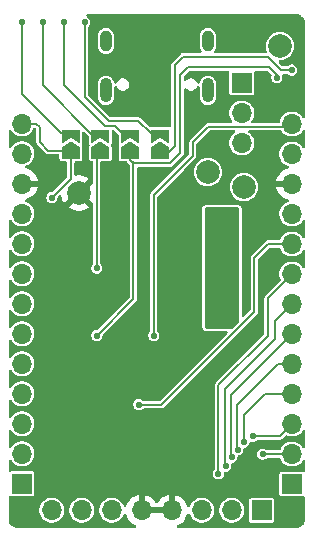
<source format=gbr>
%TF.GenerationSoftware,KiCad,Pcbnew,9.0.0*%
%TF.CreationDate,2025-03-26T16:15:19-03:00*%
%TF.ProjectId,IOExtender,494f4578-7465-46e6-9465-722e6b696361,1.1*%
%TF.SameCoordinates,Original*%
%TF.FileFunction,Copper,L2,Bot*%
%TF.FilePolarity,Positive*%
%FSLAX46Y46*%
G04 Gerber Fmt 4.6, Leading zero omitted, Abs format (unit mm)*
G04 Created by KiCad (PCBNEW 9.0.0) date 2025-03-26 16:15:19*
%MOMM*%
%LPD*%
G01*
G04 APERTURE LIST*
G04 Aperture macros list*
%AMFreePoly0*
4,1,6,1.000000,0.000000,0.500000,-0.750000,-0.500000,-0.750000,-0.500000,0.750000,0.500000,0.750000,1.000000,0.000000,1.000000,0.000000,$1*%
%AMFreePoly1*
4,1,6,0.500000,-0.750000,-0.650000,-0.750000,-0.150000,0.000000,-0.650000,0.750000,0.500000,0.750000,0.500000,-0.750000,0.500000,-0.750000,$1*%
G04 Aperture macros list end*
%TA.AperFunction,ComponentPad*%
%ADD10C,2.000000*%
%TD*%
%TA.AperFunction,HeatsinkPad*%
%ADD11O,1.000000X2.100000*%
%TD*%
%TA.AperFunction,HeatsinkPad*%
%ADD12O,1.000000X1.800000*%
%TD*%
%TA.AperFunction,ComponentPad*%
%ADD13R,1.700000X1.700000*%
%TD*%
%TA.AperFunction,ComponentPad*%
%ADD14O,1.700000X1.700000*%
%TD*%
%TA.AperFunction,SMDPad,CuDef*%
%ADD15FreePoly0,90.000000*%
%TD*%
%TA.AperFunction,SMDPad,CuDef*%
%ADD16FreePoly1,90.000000*%
%TD*%
%TA.AperFunction,ViaPad*%
%ADD17C,0.550000*%
%TD*%
%TA.AperFunction,Conductor*%
%ADD18C,0.200000*%
%TD*%
G04 APERTURE END LIST*
D10*
%TO.P,TP4,1,1*%
%TO.N,GND*%
X119696000Y-96396000D03*
%TD*%
%TO.P,TP3,1,1*%
%TO.N,VDD*%
X136714000Y-83950000D03*
%TD*%
%TO.P,TP2,1,1*%
%TO.N,+3V3*%
X133666000Y-95888000D03*
%TD*%
%TO.P,TP1,1,1*%
%TO.N,+5V*%
X130618000Y-94618000D03*
%TD*%
D11*
%TO.P,C5,S1,SHIELD*%
%TO.N,Net-(C5-SHIELD)*%
X130620000Y-87705000D03*
D12*
X130620000Y-83525000D03*
D11*
X121980000Y-87705000D03*
D12*
X121980000Y-83525000D03*
%TD*%
D13*
%TO.P,J9,1,Pin_1*%
%TO.N,VDD*%
X135175000Y-123263000D03*
D14*
%TO.P,J9,2,Pin_2*%
%TO.N,/Project Architecture/Board/SCL*%
X132635000Y-123263000D03*
%TO.P,J9,3,Pin_3*%
%TO.N,/Project Architecture/Board/SDA*%
X130095000Y-123263000D03*
%TO.P,J9,4,Pin_4*%
%TO.N,GND*%
X127555000Y-123263000D03*
%TO.P,J9,5,Pin_5*%
X125015000Y-123263000D03*
%TO.P,J9,6,Pin_6*%
%TO.N,/Project Architecture/Board/UART_RX*%
X122475000Y-123263000D03*
%TO.P,J9,7,Pin_7*%
%TO.N,/Project Architecture/Board/UART_TX*%
X119935000Y-123263000D03*
%TO.P,J9,8,Pin_8*%
%TO.N,VDD*%
X117395000Y-123263000D03*
%TD*%
D13*
%TO.P,J1,1,Pin_1*%
%TO.N,+3V3*%
X133488200Y-87075000D03*
D14*
%TO.P,J1,2,Pin_2*%
%TO.N,VDD*%
X133488200Y-89615000D03*
%TO.P,J1,3,Pin_3*%
%TO.N,+5V*%
X133488200Y-92155000D03*
%TD*%
D13*
%TO.P,J2,1,Pin_1*%
%TO.N,/Project Architecture/Board/GPB7*%
X137730000Y-121034000D03*
D14*
%TO.P,J2,2,Pin_2*%
%TO.N,/Project Architecture/Board/GPB6*%
X137730000Y-118494000D03*
%TO.P,J2,3,Pin_3*%
%TO.N,/Project Architecture/Board/GPB5*%
X137730000Y-115954000D03*
%TO.P,J2,4,Pin_4*%
%TO.N,/Project Architecture/Board/GPB4*%
X137730000Y-113414000D03*
%TO.P,J2,5,Pin_5*%
%TO.N,/Project Architecture/Board/GPB3*%
X137730000Y-110874000D03*
%TO.P,J2,6,Pin_6*%
%TO.N,/Project Architecture/Board/GPB2*%
X137730000Y-108334000D03*
%TO.P,J2,7,Pin_7*%
%TO.N,/Project Architecture/Board/GPB1*%
X137730000Y-105794000D03*
%TO.P,J2,8,Pin_8*%
%TO.N,/Project Architecture/Board/GPB0*%
X137730000Y-103254000D03*
%TO.P,J2,9,Pin_9*%
%TO.N,/Project Architecture/Board/INTB*%
X137730000Y-100714000D03*
%TO.P,J2,10,Pin_10*%
%TO.N,VDD*%
X137730000Y-98174000D03*
%TO.P,J2,11,Pin_11*%
%TO.N,GND*%
X137730000Y-95634000D03*
%TO.P,J2,12,Pin_12*%
%TO.N,/Project Architecture/Board/LED_USBCONF*%
X137730000Y-93094000D03*
%TO.P,J2,13,Pin_13*%
%TO.N,/Project Architecture/Board/LED_I2C*%
X137730000Y-90554000D03*
%TD*%
D15*
%TO.P,J6,1,A*%
%TO.N,/Project Architecture/Board/LED_UTX*%
X121524800Y-92980800D03*
D16*
%TO.P,J6,2,B*%
%TO.N,Net-(D1-K)*%
X121524800Y-91530800D03*
%TD*%
D15*
%TO.P,J7,1,A*%
%TO.N,/Project Architecture/Board/LED_USBCONF*%
X124039400Y-92980800D03*
D16*
%TO.P,J7,2,B*%
%TO.N,Net-(D2-K)*%
X124039400Y-91530800D03*
%TD*%
D15*
%TO.P,J3,1,A*%
%TO.N,/Project Architecture/Board/LED_URX*%
X119010200Y-93006200D03*
D16*
%TO.P,J3,2,B*%
%TO.N,Net-(D5-K)*%
X119010200Y-91556200D03*
%TD*%
D15*
%TO.P,J8,1,A*%
%TO.N,/Project Architecture/Board/LED_I2C*%
X126554000Y-92980800D03*
D16*
%TO.P,J8,2,B*%
%TO.N,Net-(D6-K)*%
X126554000Y-91530800D03*
%TD*%
D13*
%TO.P,J5,1,Pin_1*%
%TO.N,/Project Architecture/Board/GPA7*%
X114880000Y-121000000D03*
D14*
%TO.P,J5,2,Pin_2*%
%TO.N,/Project Architecture/Board/GPA6*%
X114880000Y-118460000D03*
%TO.P,J5,3,Pin_3*%
%TO.N,/Project Architecture/Board/GPA5*%
X114880000Y-115920000D03*
%TO.P,J5,4,Pin_4*%
%TO.N,/Project Architecture/Board/GPA4*%
X114880000Y-113380000D03*
%TO.P,J5,5,Pin_5*%
%TO.N,/Project Architecture/Board/GPA3*%
X114880000Y-110840000D03*
%TO.P,J5,6,Pin_6*%
%TO.N,/Project Architecture/Board/GPA2*%
X114880000Y-108300000D03*
%TO.P,J5,7,Pin_7*%
%TO.N,/Project Architecture/Board/GPA1*%
X114880000Y-105760000D03*
%TO.P,J5,8,Pin_8*%
%TO.N,/Project Architecture/Board/GPA0*%
X114880000Y-103220000D03*
%TO.P,J5,9,Pin_9*%
%TO.N,/Project Architecture/Board/INTA*%
X114880000Y-100680000D03*
%TO.P,J5,10,Pin_10*%
%TO.N,VDD*%
X114880000Y-98140000D03*
%TO.P,J5,11,Pin_11*%
%TO.N,GND*%
X114880000Y-95600000D03*
%TO.P,J5,12,Pin_12*%
%TO.N,/Project Architecture/Board/LED_UTX*%
X114880000Y-93060000D03*
%TO.P,J5,13,Pin_13*%
%TO.N,/Project Architecture/Board/LED_URX*%
X114880000Y-90520000D03*
%TD*%
D17*
%TO.N,GND*%
X122617000Y-98809000D03*
X125665000Y-94491000D03*
X135444000Y-82197400D03*
X126681000Y-97539000D03*
X133666000Y-108842000D03*
X126621000Y-100790000D03*
X123100000Y-89182000D03*
X129729000Y-89411000D03*
X124712500Y-112334500D03*
X132001000Y-92600000D03*
X123725000Y-94618000D03*
X120458000Y-94237000D03*
X135190000Y-98682000D03*
X128205000Y-103000000D03*
X124737000Y-111675000D03*
X124707000Y-112975000D03*
X128078000Y-114275000D03*
%TO.N,Net-(D1-K)*%
X116648000Y-81918000D03*
%TO.N,Net-(D2-K)*%
X118426000Y-81918000D03*
%TO.N,Net-(D5-K)*%
X114870000Y-81918000D03*
%TO.N,Net-(D6-K)*%
X120204000Y-81918000D03*
%TO.N,+3V3*%
X131126000Y-99444000D03*
X132396000Y-105794000D03*
X132396000Y-104270000D03*
X131888000Y-99444000D03*
X132396000Y-105032000D03*
X131126000Y-104270000D03*
X131126000Y-105794000D03*
X131126000Y-98174000D03*
X131126000Y-105032000D03*
X131888000Y-98174000D03*
%TO.N,/Project Architecture/Board/GPB3*%
X133158000Y-118113000D03*
%TO.N,/Project Architecture/Board/GPB4*%
X133666000Y-117478000D03*
%TO.N,/Project Architecture/Board/GPB0*%
X131507000Y-120145000D03*
%TO.N,/Project Architecture/Board/GPB1*%
X132142000Y-119510000D03*
%TO.N,/Project Architecture/Board/INTB*%
X124776000Y-114303000D03*
%TO.N,/Project Architecture/Board/LED_USBCONF*%
X136460000Y-86617000D03*
X121220000Y-108461000D03*
%TO.N,/Project Architecture/Board/LED_I2C*%
X126046000Y-108461000D03*
X137730000Y-85982000D03*
%TO.N,/Project Architecture/Board/GPB2*%
X132650000Y-118750000D03*
%TO.N,/Project Architecture/Board/GPB6*%
X135250000Y-118494000D03*
%TO.N,/Project Architecture/Board/GPB5*%
X134428000Y-116970000D03*
%TO.N,/Project Architecture/Board/LED_URX*%
X117410000Y-96777000D03*
%TO.N,/Project Architecture/Board/LED_UTX*%
X121220000Y-93094000D03*
X121220000Y-102746000D03*
%TD*%
D18*
%TO.N,Net-(D1-K)*%
X121524800Y-91530800D02*
X120889800Y-91530800D01*
X120889800Y-91530800D02*
X116648000Y-87289000D01*
X116648000Y-87289000D02*
X116648000Y-81918000D01*
%TO.N,Net-(D2-K)*%
X118426000Y-87252000D02*
X118426000Y-81918000D01*
X123531400Y-91480000D02*
X122752400Y-90701000D01*
X121875000Y-90701000D02*
X118426000Y-87252000D01*
X122752400Y-90701000D02*
X121875000Y-90701000D01*
%TO.N,Net-(D5-K)*%
X119010200Y-91353000D02*
X118922400Y-91353000D01*
X118908600Y-91366800D02*
X118894800Y-91353000D01*
X114870000Y-88051000D02*
X114870000Y-81918000D01*
X118172000Y-91353000D02*
X114870000Y-88051000D01*
X118922400Y-91353000D02*
X118908600Y-91366800D01*
X118894800Y-91353000D02*
X118172000Y-91353000D01*
%TO.N,Net-(D6-K)*%
X125792000Y-91353000D02*
X124739000Y-90300000D01*
X120204000Y-88268000D02*
X120204000Y-81918000D01*
X124739000Y-90300000D02*
X122236000Y-90300000D01*
X122236000Y-90300000D02*
X120204000Y-88268000D01*
%TO.N,/Project Architecture/Board/GPB3*%
X133090000Y-118045000D02*
X133090000Y-114311919D01*
X133090000Y-114311919D02*
X136527919Y-110874000D01*
X133158000Y-118113000D02*
X133090000Y-118045000D01*
X136527919Y-110874000D02*
X137730000Y-110874000D01*
%TO.N,/Project Architecture/Board/GPB4*%
X133666000Y-115192000D02*
X135444000Y-113414000D01*
X133666000Y-117478000D02*
X133666000Y-115192000D01*
X135444000Y-113414000D02*
X137730000Y-113414000D01*
%TO.N,/Project Architecture/Board/GPB0*%
X131507000Y-120145000D02*
X131507000Y-112652000D01*
X135698000Y-105286000D02*
X137730000Y-103254000D01*
X135698000Y-108461000D02*
X135698000Y-105286000D01*
X131507000Y-112652000D02*
X135698000Y-108461000D01*
%TO.N,/Project Architecture/Board/GPB1*%
X132074000Y-112974000D02*
X136333000Y-108715000D01*
X132142000Y-119510000D02*
X132074000Y-119442000D01*
X132074000Y-119442000D02*
X132074000Y-112974000D01*
X136333000Y-107191000D02*
X137730000Y-105794000D01*
X136333000Y-108715000D02*
X136333000Y-107191000D01*
%TO.N,/Project Architecture/Board/INTB*%
X135698000Y-100714000D02*
X134555000Y-101857000D01*
X137730000Y-100714000D02*
X135698000Y-100714000D01*
X126681000Y-114303000D02*
X124776000Y-114303000D01*
X134555000Y-106429000D02*
X126681000Y-114303000D01*
X134555000Y-101857000D02*
X134555000Y-106429000D01*
%TO.N,/Project Architecture/Board/LED_USBCONF*%
X128967000Y-85728000D02*
X135825000Y-85728000D01*
X135825000Y-85728000D02*
X136460000Y-86363000D01*
X124330400Y-93881400D02*
X127417600Y-93881400D01*
X124039400Y-93590400D02*
X124141000Y-93692000D01*
X124141000Y-93692000D02*
X124330400Y-93881400D01*
X124301000Y-93852000D02*
X124141000Y-93692000D01*
X136460000Y-86363000D02*
X136460000Y-86617000D01*
X128281200Y-93017800D02*
X128281200Y-86413800D01*
X128281200Y-86413800D02*
X128967000Y-85728000D01*
X121220000Y-108461000D02*
X124301000Y-105380000D01*
X127417600Y-93881400D02*
X128281200Y-93017800D01*
X124301000Y-105380000D02*
X124301000Y-93852000D01*
X124039400Y-92980800D02*
X124039400Y-93590400D01*
%TO.N,/Project Architecture/Board/LED_I2C*%
X127824000Y-85537500D02*
X128522500Y-84839000D01*
X126554000Y-92980800D02*
X127276800Y-92980800D01*
X127276800Y-92980800D02*
X127824000Y-92433600D01*
X129348000Y-92078000D02*
X130660000Y-90766000D01*
X127824000Y-92433600D02*
X127824000Y-85537500D01*
X137518000Y-90766000D02*
X137730000Y-90554000D01*
X137730000Y-85982000D02*
X136841000Y-85982000D01*
X129348000Y-93221000D02*
X129348000Y-92078000D01*
X136841000Y-85982000D02*
X135698000Y-84839000D01*
X128522500Y-84839000D02*
X135698000Y-84839000D01*
X126046000Y-108461000D02*
X126046000Y-96523000D01*
X130660000Y-90766000D02*
X137518000Y-90766000D01*
X126046000Y-96523000D02*
X129348000Y-93221000D01*
%TO.N,/Project Architecture/Board/GPB2*%
X132582000Y-113482000D02*
X137730000Y-108334000D01*
X132650000Y-118750000D02*
X132582000Y-118682000D01*
X132582000Y-118682000D02*
X132582000Y-113482000D01*
%TO.N,/Project Architecture/Board/GPB6*%
X135250000Y-118494000D02*
X137730000Y-118494000D01*
%TO.N,/Project Architecture/Board/GPB5*%
X134428000Y-116970000D02*
X136714000Y-116970000D01*
X136714000Y-116970000D02*
X137730000Y-115954000D01*
%TO.N,/Project Architecture/Board/LED_URX*%
X118172000Y-92803000D02*
X117511600Y-92803000D01*
X116106000Y-90520000D02*
X114880000Y-90520000D01*
X119010200Y-95176800D02*
X119010200Y-92803000D01*
X119010200Y-92803000D02*
X117511600Y-92803000D01*
X117119000Y-92803000D02*
X116394000Y-92078000D01*
X116394000Y-90808000D02*
X116106000Y-90520000D01*
X117511600Y-92803000D02*
X117119000Y-92803000D01*
X117410000Y-96777000D02*
X119010200Y-95176800D01*
X116394000Y-92078000D02*
X116394000Y-90808000D01*
%TO.N,/Project Architecture/Board/LED_UTX*%
X121220000Y-102746000D02*
X121220000Y-93094000D01*
X115100000Y-92840000D02*
X114880000Y-93060000D01*
%TD*%
%TA.AperFunction,Conductor*%
%TO.N,+3V3*%
G36*
X133228039Y-97634885D02*
G01*
X133273794Y-97687689D01*
X133285000Y-97739200D01*
X133285000Y-107222667D01*
X133265315Y-107289706D01*
X133248681Y-107310348D01*
X132718548Y-107840481D01*
X132657225Y-107873966D01*
X132630867Y-107876800D01*
X130487694Y-107876800D01*
X130420655Y-107857115D01*
X130374900Y-107804311D01*
X130363694Y-107753107D01*
X130338908Y-97739507D01*
X130358427Y-97672419D01*
X130411118Y-97626533D01*
X130462908Y-97615200D01*
X133161000Y-97615200D01*
X133228039Y-97634885D01*
G37*
%TD.AperFunction*%
%TD*%
%TA.AperFunction,Conductor*%
%TO.N,GND*%
G36*
X138106061Y-81251097D02*
G01*
X138108732Y-81251360D01*
X138234069Y-81263704D01*
X138257897Y-81268443D01*
X138375140Y-81304008D01*
X138397589Y-81313308D01*
X138490021Y-81362714D01*
X138505630Y-81371057D01*
X138525840Y-81384561D01*
X138620535Y-81462274D01*
X138637725Y-81479464D01*
X138715438Y-81574159D01*
X138728942Y-81594369D01*
X138786690Y-81702407D01*
X138795992Y-81724864D01*
X138798904Y-81734463D01*
X138831554Y-81842093D01*
X138836296Y-81865935D01*
X138848903Y-81993938D01*
X138849500Y-82006092D01*
X138849500Y-89929826D01*
X138829815Y-89996865D01*
X138777011Y-90042620D01*
X138707853Y-90052564D01*
X138644297Y-90023539D01*
X138622398Y-89998717D01*
X138545977Y-89884344D01*
X138399657Y-89738024D01*
X138313626Y-89680541D01*
X138227598Y-89623059D01*
X138036420Y-89543870D01*
X138036412Y-89543868D01*
X137833469Y-89503500D01*
X137833465Y-89503500D01*
X137626535Y-89503500D01*
X137626530Y-89503500D01*
X137423587Y-89543868D01*
X137423579Y-89543870D01*
X137232403Y-89623058D01*
X137060342Y-89738024D01*
X136914024Y-89884342D01*
X136799058Y-90056403D01*
X136719870Y-90247579D01*
X136719868Y-90247587D01*
X136696376Y-90365691D01*
X136663991Y-90427602D01*
X136603276Y-90462176D01*
X136574759Y-90465500D01*
X134415328Y-90465500D01*
X134348289Y-90445815D01*
X134302534Y-90393011D01*
X134292590Y-90323853D01*
X134312226Y-90272610D01*
X134419140Y-90112600D01*
X134419140Y-90112599D01*
X134419141Y-90112598D01*
X134498330Y-89921420D01*
X134538700Y-89718465D01*
X134538700Y-89511535D01*
X134498330Y-89308580D01*
X134419141Y-89117402D01*
X134304177Y-88945345D01*
X134304175Y-88945342D01*
X134157857Y-88799024D01*
X134071826Y-88741541D01*
X133985798Y-88684059D01*
X133794620Y-88604870D01*
X133794612Y-88604868D01*
X133591669Y-88564500D01*
X133591665Y-88564500D01*
X133384735Y-88564500D01*
X133384730Y-88564500D01*
X133181787Y-88604868D01*
X133181779Y-88604870D01*
X132990603Y-88684058D01*
X132818542Y-88799024D01*
X132672224Y-88945342D01*
X132557258Y-89117403D01*
X132478070Y-89308579D01*
X132478068Y-89308587D01*
X132437700Y-89511530D01*
X132437700Y-89718469D01*
X132478068Y-89921412D01*
X132478070Y-89921420D01*
X132557259Y-90112599D01*
X132557259Y-90112600D01*
X132664174Y-90272610D01*
X132685052Y-90339287D01*
X132666567Y-90406667D01*
X132614588Y-90453357D01*
X132561072Y-90465500D01*
X130620438Y-90465500D01*
X130553039Y-90483559D01*
X130544007Y-90485980D01*
X130491167Y-90516488D01*
X130475492Y-90525537D01*
X130475487Y-90525541D01*
X129107541Y-91893487D01*
X129107535Y-91893495D01*
X129067982Y-91962004D01*
X129067979Y-91962009D01*
X129047500Y-92038439D01*
X129047500Y-93045167D01*
X129027815Y-93112206D01*
X129011181Y-93132848D01*
X125805541Y-96338487D01*
X125805535Y-96338495D01*
X125765982Y-96407004D01*
X125765979Y-96407009D01*
X125745500Y-96483439D01*
X125745500Y-108037679D01*
X125725815Y-108104718D01*
X125709181Y-108125360D01*
X125665506Y-108169034D01*
X125665504Y-108169037D01*
X125602905Y-108277463D01*
X125602905Y-108277464D01*
X125570500Y-108398399D01*
X125570500Y-108523601D01*
X125602905Y-108644536D01*
X125665505Y-108752964D01*
X125754036Y-108841495D01*
X125862464Y-108904095D01*
X125983399Y-108936500D01*
X125983401Y-108936500D01*
X126108599Y-108936500D01*
X126108601Y-108936500D01*
X126229536Y-108904095D01*
X126337964Y-108841495D01*
X126426495Y-108752964D01*
X126489095Y-108644536D01*
X126521500Y-108523601D01*
X126521500Y-108398399D01*
X126489095Y-108277464D01*
X126426495Y-108169036D01*
X126382819Y-108125360D01*
X126349334Y-108064037D01*
X126346500Y-108037679D01*
X126346500Y-96698833D01*
X126366185Y-96631794D01*
X126382819Y-96611152D01*
X128470458Y-94523513D01*
X129417500Y-94523513D01*
X129417500Y-94712486D01*
X129447059Y-94899118D01*
X129505454Y-95078836D01*
X129575528Y-95216362D01*
X129591240Y-95247199D01*
X129702310Y-95400073D01*
X129835927Y-95533690D01*
X129988801Y-95644760D01*
X130054356Y-95678162D01*
X130157163Y-95730545D01*
X130157165Y-95730545D01*
X130157168Y-95730547D01*
X130247814Y-95760000D01*
X130336881Y-95788940D01*
X130523514Y-95818500D01*
X130523519Y-95818500D01*
X130712486Y-95818500D01*
X130870246Y-95793513D01*
X132465500Y-95793513D01*
X132465500Y-95982486D01*
X132495059Y-96169118D01*
X132553454Y-96348836D01*
X132637334Y-96513459D01*
X132639240Y-96517199D01*
X132750310Y-96670073D01*
X132883927Y-96803690D01*
X133036801Y-96914760D01*
X133116347Y-96955290D01*
X133205163Y-97000545D01*
X133205165Y-97000545D01*
X133205168Y-97000547D01*
X133297969Y-97030700D01*
X133384881Y-97058940D01*
X133571514Y-97088500D01*
X133571519Y-97088500D01*
X133760486Y-97088500D01*
X133947118Y-97058940D01*
X133986515Y-97046139D01*
X134126832Y-97000547D01*
X134295199Y-96914760D01*
X134448073Y-96803690D01*
X134581690Y-96670073D01*
X134692760Y-96517199D01*
X134778547Y-96348832D01*
X134836940Y-96169118D01*
X134847899Y-96099925D01*
X134866500Y-95982486D01*
X134866500Y-95793513D01*
X134836940Y-95606881D01*
X134788074Y-95456489D01*
X134778547Y-95427168D01*
X134778545Y-95427165D01*
X134778545Y-95427163D01*
X134727505Y-95326993D01*
X134692760Y-95258801D01*
X134581690Y-95105927D01*
X134448073Y-94972310D01*
X134295199Y-94861240D01*
X134126836Y-94775454D01*
X133947118Y-94717059D01*
X133760486Y-94687500D01*
X133760481Y-94687500D01*
X133571519Y-94687500D01*
X133571514Y-94687500D01*
X133384881Y-94717059D01*
X133205163Y-94775454D01*
X133036800Y-94861240D01*
X132949579Y-94924610D01*
X132883927Y-94972310D01*
X132883925Y-94972312D01*
X132883924Y-94972312D01*
X132750312Y-95105924D01*
X132750312Y-95105925D01*
X132750310Y-95105927D01*
X132745108Y-95113087D01*
X132639240Y-95258800D01*
X132553454Y-95427163D01*
X132495059Y-95606881D01*
X132465500Y-95793513D01*
X130870246Y-95793513D01*
X130899118Y-95788940D01*
X131078832Y-95730547D01*
X131247199Y-95644760D01*
X131400073Y-95533690D01*
X131533690Y-95400073D01*
X131644760Y-95247199D01*
X131730547Y-95078832D01*
X131788940Y-94899118D01*
X131794939Y-94861240D01*
X131818500Y-94712486D01*
X131818500Y-94523513D01*
X131788940Y-94336881D01*
X131757091Y-94238861D01*
X131730547Y-94157168D01*
X131730545Y-94157165D01*
X131730545Y-94157163D01*
X131680612Y-94059164D01*
X131644760Y-93988801D01*
X131533690Y-93835927D01*
X131400073Y-93702310D01*
X131247199Y-93591240D01*
X131216296Y-93575494D01*
X131078836Y-93505454D01*
X130899118Y-93447059D01*
X130712486Y-93417500D01*
X130712481Y-93417500D01*
X130523519Y-93417500D01*
X130523514Y-93417500D01*
X130336881Y-93447059D01*
X130157163Y-93505454D01*
X129988800Y-93591240D01*
X129929498Y-93634326D01*
X129835927Y-93702310D01*
X129835925Y-93702312D01*
X129835924Y-93702312D01*
X129702312Y-93835924D01*
X129702312Y-93835925D01*
X129702310Y-93835927D01*
X129673213Y-93875975D01*
X129591240Y-93988800D01*
X129505454Y-94157163D01*
X129447059Y-94336881D01*
X129417500Y-94523513D01*
X128470458Y-94523513D01*
X128563005Y-94430966D01*
X129053819Y-93940152D01*
X129588460Y-93405511D01*
X129591399Y-93400420D01*
X129628021Y-93336989D01*
X129648500Y-93260562D01*
X129648500Y-92253833D01*
X129668185Y-92186794D01*
X129684819Y-92166152D01*
X130748152Y-91102819D01*
X130809475Y-91069334D01*
X130835833Y-91066500D01*
X132817632Y-91066500D01*
X132884671Y-91086185D01*
X132930426Y-91138989D01*
X132940370Y-91208147D01*
X132911345Y-91271703D01*
X132886524Y-91293601D01*
X132865217Y-91307837D01*
X132818542Y-91339024D01*
X132672224Y-91485342D01*
X132557258Y-91657403D01*
X132478070Y-91848579D01*
X132478068Y-91848587D01*
X132437700Y-92051530D01*
X132437700Y-92258469D01*
X132478068Y-92461412D01*
X132478070Y-92461420D01*
X132557258Y-92652596D01*
X132672224Y-92824657D01*
X132818542Y-92970975D01*
X132818545Y-92970977D01*
X132990602Y-93085941D01*
X133181780Y-93165130D01*
X133368698Y-93202310D01*
X133384730Y-93205499D01*
X133384734Y-93205500D01*
X133384735Y-93205500D01*
X133591666Y-93205500D01*
X133591667Y-93205499D01*
X133794620Y-93165130D01*
X133985798Y-93085941D01*
X134157855Y-92970977D01*
X134304177Y-92824655D01*
X134419141Y-92652598D01*
X134498330Y-92461420D01*
X134538700Y-92258465D01*
X134538700Y-92051535D01*
X134498330Y-91848580D01*
X134419141Y-91657402D01*
X134304177Y-91485345D01*
X134304175Y-91485342D01*
X134157857Y-91339024D01*
X134129090Y-91319803D01*
X134089877Y-91293601D01*
X134045073Y-91239991D01*
X134036365Y-91170666D01*
X134066519Y-91107638D01*
X134125961Y-91070919D01*
X134158768Y-91066500D01*
X136742737Y-91066500D01*
X136809776Y-91086185D01*
X136845837Y-91121607D01*
X136866969Y-91153233D01*
X136914024Y-91223657D01*
X137060342Y-91369975D01*
X137060345Y-91369977D01*
X137232402Y-91484941D01*
X137423580Y-91564130D01*
X137571023Y-91593458D01*
X137626530Y-91604499D01*
X137626534Y-91604500D01*
X137626535Y-91604500D01*
X137833466Y-91604500D01*
X137833467Y-91604499D01*
X138036420Y-91564130D01*
X138227598Y-91484941D01*
X138399655Y-91369977D01*
X138545977Y-91223655D01*
X138622397Y-91109282D01*
X138676009Y-91064477D01*
X138745334Y-91055770D01*
X138808362Y-91085924D01*
X138845082Y-91145367D01*
X138849500Y-91178173D01*
X138849500Y-92469826D01*
X138829815Y-92536865D01*
X138777011Y-92582620D01*
X138707853Y-92592564D01*
X138644297Y-92563539D01*
X138622398Y-92538717D01*
X138545977Y-92424344D01*
X138399657Y-92278024D01*
X138292165Y-92206201D01*
X138227598Y-92163059D01*
X138117754Y-92117560D01*
X138036420Y-92083870D01*
X138036412Y-92083868D01*
X137833469Y-92043500D01*
X137833465Y-92043500D01*
X137626535Y-92043500D01*
X137626530Y-92043500D01*
X137423587Y-92083868D01*
X137423579Y-92083870D01*
X137232403Y-92163058D01*
X137060342Y-92278024D01*
X136914024Y-92424342D01*
X136799058Y-92596403D01*
X136719870Y-92787579D01*
X136719868Y-92787587D01*
X136679500Y-92990530D01*
X136679500Y-93197469D01*
X136719868Y-93400412D01*
X136719870Y-93400420D01*
X136771033Y-93523939D01*
X136799059Y-93591598D01*
X136837603Y-93649283D01*
X136914024Y-93763657D01*
X137060342Y-93909975D01*
X137232405Y-94024943D01*
X137315023Y-94059164D01*
X137397108Y-94093164D01*
X137451511Y-94137005D01*
X137473576Y-94203299D01*
X137456297Y-94270998D01*
X137405160Y-94318609D01*
X137387974Y-94325656D01*
X137211781Y-94382905D01*
X137022442Y-94479379D01*
X136850540Y-94604272D01*
X136850535Y-94604276D01*
X136700276Y-94754535D01*
X136700272Y-94754540D01*
X136575379Y-94926442D01*
X136478904Y-95115782D01*
X136413242Y-95317870D01*
X136413242Y-95317873D01*
X136402769Y-95384000D01*
X137296988Y-95384000D01*
X137264075Y-95441007D01*
X137230000Y-95568174D01*
X137230000Y-95699826D01*
X137264075Y-95826993D01*
X137296988Y-95884000D01*
X136402769Y-95884000D01*
X136413242Y-95950126D01*
X136413242Y-95950129D01*
X136478904Y-96152217D01*
X136575379Y-96341557D01*
X136700272Y-96513459D01*
X136700276Y-96513464D01*
X136850535Y-96663723D01*
X136850540Y-96663727D01*
X137022442Y-96788620D01*
X137211782Y-96885095D01*
X137387973Y-96942343D01*
X137445648Y-96981780D01*
X137472847Y-97046139D01*
X137460932Y-97114985D01*
X137413688Y-97166461D01*
X137397108Y-97174835D01*
X137232403Y-97243057D01*
X137060342Y-97358024D01*
X136914024Y-97504342D01*
X136799058Y-97676403D01*
X136719870Y-97867579D01*
X136719868Y-97867587D01*
X136679500Y-98070530D01*
X136679500Y-98277469D01*
X136713105Y-98446412D01*
X136719870Y-98480420D01*
X136799059Y-98671598D01*
X136821995Y-98705924D01*
X136914024Y-98843657D01*
X137060342Y-98989975D01*
X137060345Y-98989977D01*
X137232402Y-99104941D01*
X137423580Y-99184130D01*
X137626530Y-99224499D01*
X137626534Y-99224500D01*
X137626535Y-99224500D01*
X137833466Y-99224500D01*
X137833467Y-99224499D01*
X138036420Y-99184130D01*
X138227598Y-99104941D01*
X138399655Y-98989977D01*
X138545977Y-98843655D01*
X138622397Y-98729282D01*
X138676009Y-98684477D01*
X138745334Y-98675770D01*
X138808362Y-98705924D01*
X138845082Y-98765367D01*
X138849500Y-98798173D01*
X138849500Y-100089826D01*
X138829815Y-100156865D01*
X138777011Y-100202620D01*
X138707853Y-100212564D01*
X138644297Y-100183539D01*
X138622398Y-100158717D01*
X138545977Y-100044344D01*
X138399657Y-99898024D01*
X138313626Y-99840541D01*
X138227598Y-99783059D01*
X138036420Y-99703870D01*
X138036412Y-99703868D01*
X137833469Y-99663500D01*
X137833465Y-99663500D01*
X137626535Y-99663500D01*
X137626530Y-99663500D01*
X137423587Y-99703868D01*
X137423579Y-99703870D01*
X137232403Y-99783058D01*
X137060342Y-99898024D01*
X136914024Y-100044342D01*
X136799058Y-100216403D01*
X136749125Y-100336953D01*
X136705284Y-100391356D01*
X136638990Y-100413421D01*
X136634564Y-100413500D01*
X135658438Y-100413500D01*
X135627867Y-100421691D01*
X135582008Y-100433979D01*
X135582007Y-100433980D01*
X135537081Y-100459919D01*
X135537080Y-100459920D01*
X135513490Y-100473539D01*
X135513487Y-100473541D01*
X134314541Y-101672487D01*
X134314535Y-101672495D01*
X134274982Y-101741004D01*
X134274979Y-101741009D01*
X134254500Y-101817439D01*
X134254500Y-106253167D01*
X134234815Y-106320206D01*
X134218181Y-106340848D01*
X133702181Y-106856848D01*
X133640858Y-106890333D01*
X133571166Y-106885349D01*
X133515233Y-106843477D01*
X133490816Y-106778013D01*
X133490500Y-106769167D01*
X133490500Y-97739208D01*
X133490499Y-97739192D01*
X133485803Y-97695516D01*
X133478647Y-97662620D01*
X133474602Y-97644025D01*
X133474205Y-97642400D01*
X133472110Y-97633827D01*
X133429100Y-97553115D01*
X133392358Y-97510713D01*
X133383339Y-97500304D01*
X133365757Y-97482360D01*
X133365756Y-97482359D01*
X133365754Y-97482357D01*
X133365752Y-97482356D01*
X133365750Y-97482354D01*
X133285940Y-97437711D01*
X133285935Y-97437709D01*
X133218903Y-97418026D01*
X133218899Y-97418025D01*
X133218898Y-97418025D01*
X133161000Y-97409700D01*
X130462908Y-97409700D01*
X130462899Y-97409700D01*
X130418985Y-97414449D01*
X130418980Y-97414449D01*
X130418979Y-97414450D01*
X130418976Y-97414450D01*
X130418974Y-97414451D01*
X130367197Y-97425781D01*
X130356764Y-97428351D01*
X130276161Y-97471559D01*
X130223465Y-97517449D01*
X130205558Y-97535082D01*
X130161107Y-97615013D01*
X130141589Y-97682101D01*
X130133409Y-97740007D01*
X130133408Y-97740016D01*
X130158195Y-107753623D01*
X130162944Y-107797039D01*
X130174154Y-107848259D01*
X130176582Y-107858170D01*
X130219593Y-107938883D01*
X130219595Y-107938886D01*
X130265354Y-107991695D01*
X130282936Y-108009639D01*
X130282940Y-108009643D01*
X130282941Y-108009644D01*
X130282943Y-108009645D01*
X130362753Y-108054288D01*
X130362757Y-108054290D01*
X130429796Y-108073975D01*
X130487694Y-108082300D01*
X132177367Y-108082300D01*
X132244406Y-108101985D01*
X132290161Y-108154789D01*
X132300105Y-108223947D01*
X132271080Y-108287503D01*
X132265048Y-108293981D01*
X126592848Y-113966181D01*
X126531525Y-113999666D01*
X126505167Y-114002500D01*
X125199321Y-114002500D01*
X125132282Y-113982815D01*
X125111640Y-113966181D01*
X125067965Y-113922506D01*
X125067964Y-113922505D01*
X124959536Y-113859905D01*
X124959537Y-113859905D01*
X124917532Y-113848650D01*
X124838601Y-113827500D01*
X124713399Y-113827500D01*
X124634468Y-113848650D01*
X124592463Y-113859905D01*
X124484037Y-113922504D01*
X124484034Y-113922506D01*
X124395506Y-114011034D01*
X124395504Y-114011037D01*
X124332905Y-114119463D01*
X124332905Y-114119464D01*
X124300500Y-114240399D01*
X124300500Y-114365601D01*
X124332905Y-114486536D01*
X124395505Y-114594964D01*
X124484036Y-114683495D01*
X124592464Y-114746095D01*
X124713399Y-114778500D01*
X124713401Y-114778500D01*
X124838599Y-114778500D01*
X124838601Y-114778500D01*
X124959536Y-114746095D01*
X125067964Y-114683495D01*
X125111640Y-114639819D01*
X125172963Y-114606334D01*
X125199321Y-114603500D01*
X126720560Y-114603500D01*
X126720562Y-114603500D01*
X126796989Y-114583021D01*
X126865511Y-114543460D01*
X126921460Y-114487511D01*
X134795460Y-106613511D01*
X134835022Y-106544988D01*
X134855500Y-106468562D01*
X134855500Y-106389438D01*
X134855500Y-102032833D01*
X134875185Y-101965794D01*
X134891819Y-101945152D01*
X135786152Y-101050819D01*
X135847475Y-101017334D01*
X135873833Y-101014500D01*
X136634564Y-101014500D01*
X136701603Y-101034185D01*
X136747358Y-101086989D01*
X136749121Y-101091039D01*
X136799059Y-101211598D01*
X136821995Y-101245924D01*
X136914024Y-101383657D01*
X137060342Y-101529975D01*
X137060345Y-101529977D01*
X137232402Y-101644941D01*
X137423580Y-101724130D01*
X137626530Y-101764499D01*
X137626534Y-101764500D01*
X137626535Y-101764500D01*
X137833466Y-101764500D01*
X137833467Y-101764499D01*
X138036420Y-101724130D01*
X138227598Y-101644941D01*
X138399655Y-101529977D01*
X138545977Y-101383655D01*
X138622397Y-101269282D01*
X138676009Y-101224477D01*
X138745334Y-101215770D01*
X138808362Y-101245924D01*
X138845082Y-101305367D01*
X138849500Y-101338173D01*
X138849500Y-102629826D01*
X138829815Y-102696865D01*
X138777011Y-102742620D01*
X138707853Y-102752564D01*
X138644297Y-102723539D01*
X138622398Y-102698717D01*
X138545977Y-102584344D01*
X138399657Y-102438024D01*
X138266477Y-102349037D01*
X138227598Y-102323059D01*
X138036420Y-102243870D01*
X138036412Y-102243868D01*
X137833469Y-102203500D01*
X137833465Y-102203500D01*
X137626535Y-102203500D01*
X137626530Y-102203500D01*
X137423587Y-102243868D01*
X137423579Y-102243870D01*
X137232403Y-102323058D01*
X137060342Y-102438024D01*
X136914024Y-102584342D01*
X136799058Y-102756403D01*
X136719870Y-102947579D01*
X136719868Y-102947587D01*
X136679500Y-103150530D01*
X136679500Y-103357469D01*
X136719868Y-103560412D01*
X136719871Y-103560424D01*
X136769803Y-103680971D01*
X136777272Y-103750440D01*
X136745997Y-103812919D01*
X136742923Y-103816104D01*
X135513489Y-105045540D01*
X135457541Y-105101487D01*
X135457535Y-105101495D01*
X135417982Y-105170004D01*
X135417979Y-105170009D01*
X135397500Y-105246439D01*
X135397500Y-108285167D01*
X135377815Y-108352206D01*
X135361181Y-108372848D01*
X131266541Y-112467487D01*
X131266535Y-112467495D01*
X131226982Y-112536004D01*
X131226979Y-112536009D01*
X131206500Y-112612439D01*
X131206500Y-119721679D01*
X131186815Y-119788718D01*
X131170181Y-119809360D01*
X131126506Y-119853034D01*
X131126504Y-119853037D01*
X131063905Y-119961463D01*
X131054883Y-119995133D01*
X131031500Y-120082399D01*
X131031500Y-120207601D01*
X131063905Y-120328536D01*
X131126505Y-120436964D01*
X131215036Y-120525495D01*
X131323464Y-120588095D01*
X131444399Y-120620500D01*
X131444401Y-120620500D01*
X131569599Y-120620500D01*
X131569601Y-120620500D01*
X131690536Y-120588095D01*
X131798964Y-120525495D01*
X131887495Y-120436964D01*
X131950095Y-120328536D01*
X131982500Y-120207601D01*
X131982500Y-120109500D01*
X132002185Y-120042461D01*
X132054989Y-119996706D01*
X132106500Y-119985500D01*
X132204599Y-119985500D01*
X132204601Y-119985500D01*
X132325536Y-119953095D01*
X132433964Y-119890495D01*
X132522495Y-119801964D01*
X132585095Y-119693536D01*
X132617500Y-119572601D01*
X132617500Y-119447399D01*
X132599867Y-119381592D01*
X132601530Y-119311744D01*
X132640692Y-119253881D01*
X132704921Y-119226377D01*
X132706780Y-119226266D01*
X132712598Y-119225500D01*
X132712601Y-119225500D01*
X132833536Y-119193095D01*
X132941964Y-119130495D01*
X133030495Y-119041964D01*
X133093095Y-118933536D01*
X133125500Y-118812601D01*
X133125500Y-118709130D01*
X133145185Y-118642091D01*
X133197989Y-118596336D01*
X133217406Y-118589355D01*
X133220597Y-118588500D01*
X133220601Y-118588500D01*
X133341536Y-118556095D01*
X133449964Y-118493495D01*
X133538495Y-118404964D01*
X133601095Y-118296536D01*
X133633500Y-118175601D01*
X133633500Y-118074130D01*
X133653185Y-118007091D01*
X133705989Y-117961336D01*
X133725406Y-117954355D01*
X133728597Y-117953500D01*
X133728601Y-117953500D01*
X133849536Y-117921095D01*
X133957964Y-117858495D01*
X134046495Y-117769964D01*
X134109095Y-117661536D01*
X134141500Y-117540601D01*
X134141500Y-117540598D01*
X134142561Y-117532542D01*
X134145656Y-117532949D01*
X134161185Y-117480066D01*
X134213989Y-117434311D01*
X134283147Y-117424367D01*
X134297584Y-117427328D01*
X134365399Y-117445500D01*
X134365400Y-117445500D01*
X134490599Y-117445500D01*
X134490601Y-117445500D01*
X134611536Y-117413095D01*
X134719964Y-117350495D01*
X134763640Y-117306819D01*
X134824963Y-117273334D01*
X134851321Y-117270500D01*
X136753560Y-117270500D01*
X136753562Y-117270500D01*
X136829989Y-117250021D01*
X136898511Y-117210460D01*
X136954460Y-117154511D01*
X137167897Y-116941072D01*
X137229216Y-116907590D01*
X137298908Y-116912574D01*
X137303007Y-116914186D01*
X137423580Y-116964130D01*
X137626530Y-117004499D01*
X137626534Y-117004500D01*
X137626535Y-117004500D01*
X137833466Y-117004500D01*
X137833467Y-117004499D01*
X138036420Y-116964130D01*
X138227598Y-116884941D01*
X138399655Y-116769977D01*
X138545977Y-116623655D01*
X138622397Y-116509282D01*
X138676009Y-116464477D01*
X138745334Y-116455770D01*
X138808362Y-116485924D01*
X138845082Y-116545367D01*
X138849500Y-116578173D01*
X138849500Y-117869826D01*
X138829815Y-117936865D01*
X138777011Y-117982620D01*
X138707853Y-117992564D01*
X138644297Y-117963539D01*
X138622398Y-117938717D01*
X138545977Y-117824344D01*
X138399657Y-117678024D01*
X138313626Y-117620541D01*
X138227598Y-117563059D01*
X138154906Y-117532949D01*
X138036420Y-117483870D01*
X138036412Y-117483868D01*
X137833469Y-117443500D01*
X137833465Y-117443500D01*
X137626535Y-117443500D01*
X137626530Y-117443500D01*
X137423587Y-117483868D01*
X137423579Y-117483870D01*
X137232403Y-117563058D01*
X137060342Y-117678024D01*
X136914024Y-117824342D01*
X136799058Y-117996403D01*
X136776483Y-118050905D01*
X136750554Y-118113504D01*
X136749125Y-118116953D01*
X136705284Y-118171356D01*
X136638990Y-118193421D01*
X136634564Y-118193500D01*
X135673321Y-118193500D01*
X135606282Y-118173815D01*
X135585640Y-118157181D01*
X135541965Y-118113506D01*
X135541964Y-118113505D01*
X135433536Y-118050905D01*
X135433537Y-118050905D01*
X135393224Y-118040103D01*
X135312601Y-118018500D01*
X135187399Y-118018500D01*
X135106775Y-118040103D01*
X135066463Y-118050905D01*
X134958037Y-118113504D01*
X134958034Y-118113506D01*
X134869506Y-118202034D01*
X134869504Y-118202037D01*
X134806905Y-118310463D01*
X134806905Y-118310464D01*
X134774500Y-118431399D01*
X134774500Y-118556601D01*
X134806905Y-118677536D01*
X134869505Y-118785964D01*
X134958036Y-118874495D01*
X135066464Y-118937095D01*
X135187399Y-118969500D01*
X135187401Y-118969500D01*
X135312599Y-118969500D01*
X135312601Y-118969500D01*
X135433536Y-118937095D01*
X135541964Y-118874495D01*
X135585640Y-118830819D01*
X135646963Y-118797334D01*
X135673321Y-118794500D01*
X136634564Y-118794500D01*
X136701603Y-118814185D01*
X136747358Y-118866989D01*
X136749121Y-118871039D01*
X136799059Y-118991598D01*
X136821995Y-119025924D01*
X136914024Y-119163657D01*
X137060342Y-119309975D01*
X137060345Y-119309977D01*
X137232402Y-119424941D01*
X137423580Y-119504130D01*
X137626530Y-119544499D01*
X137626534Y-119544500D01*
X137626535Y-119544500D01*
X137833466Y-119544500D01*
X137833467Y-119544499D01*
X138036420Y-119504130D01*
X138227598Y-119424941D01*
X138399655Y-119309977D01*
X138545977Y-119163655D01*
X138622397Y-119049282D01*
X138676009Y-119004477D01*
X138745334Y-118995770D01*
X138808362Y-119025924D01*
X138845082Y-119085367D01*
X138849500Y-119118173D01*
X138849500Y-119890946D01*
X138829815Y-119957985D01*
X138777011Y-120003740D01*
X138707853Y-120013684D01*
X138669803Y-119999105D01*
X138669513Y-119999806D01*
X138658229Y-119995131D01*
X138599752Y-119983500D01*
X138599748Y-119983500D01*
X136860252Y-119983500D01*
X136860247Y-119983500D01*
X136801770Y-119995131D01*
X136801769Y-119995132D01*
X136735447Y-120039447D01*
X136691132Y-120105769D01*
X136691131Y-120105770D01*
X136679500Y-120164247D01*
X136679500Y-121903752D01*
X136691131Y-121962229D01*
X136691132Y-121962230D01*
X136735447Y-122028552D01*
X136801769Y-122072867D01*
X136801770Y-122072868D01*
X136860247Y-122084499D01*
X136860250Y-122084500D01*
X136860252Y-122084500D01*
X138599750Y-122084500D01*
X138599751Y-122084499D01*
X138614568Y-122081552D01*
X138658229Y-122072868D01*
X138669513Y-122068194D01*
X138670142Y-122069713D01*
X138723286Y-122053073D01*
X138790666Y-122071557D01*
X138837357Y-122123536D01*
X138849500Y-122177053D01*
X138849500Y-123993907D01*
X138848903Y-124006060D01*
X138848903Y-124006061D01*
X138836296Y-124134064D01*
X138831554Y-124157906D01*
X138795993Y-124275134D01*
X138786690Y-124297592D01*
X138728942Y-124405630D01*
X138715438Y-124425840D01*
X138637725Y-124520535D01*
X138620535Y-124537725D01*
X138525840Y-124615438D01*
X138505630Y-124628942D01*
X138397592Y-124686690D01*
X138375134Y-124695993D01*
X138257906Y-124731554D01*
X138234064Y-124736296D01*
X138106062Y-124748903D01*
X138093908Y-124749500D01*
X128127708Y-124749500D01*
X128060669Y-124729815D01*
X128014914Y-124677011D01*
X128004970Y-124607853D01*
X128033995Y-124544297D01*
X128071413Y-124515015D01*
X128262557Y-124417620D01*
X128434459Y-124292727D01*
X128434464Y-124292723D01*
X128584723Y-124142464D01*
X128584727Y-124142459D01*
X128709620Y-123970557D01*
X128806095Y-123781217D01*
X128863343Y-123605026D01*
X128902780Y-123547351D01*
X128967139Y-123520152D01*
X129035985Y-123532066D01*
X129087461Y-123579310D01*
X129095835Y-123595891D01*
X129150939Y-123728925D01*
X129164059Y-123760598D01*
X129177836Y-123781217D01*
X129279024Y-123932657D01*
X129425342Y-124078975D01*
X129425345Y-124078977D01*
X129597402Y-124193941D01*
X129788580Y-124273130D01*
X129911560Y-124297592D01*
X129991530Y-124313499D01*
X129991534Y-124313500D01*
X129991535Y-124313500D01*
X130198466Y-124313500D01*
X130198467Y-124313499D01*
X130401420Y-124273130D01*
X130592598Y-124193941D01*
X130764655Y-124078977D01*
X130910977Y-123932655D01*
X131025941Y-123760598D01*
X131105130Y-123569420D01*
X131145500Y-123366465D01*
X131145500Y-123159535D01*
X131145499Y-123159530D01*
X131584500Y-123159530D01*
X131584500Y-123366469D01*
X131624868Y-123569412D01*
X131624870Y-123569420D01*
X131690939Y-123728925D01*
X131704059Y-123760598D01*
X131717836Y-123781217D01*
X131819024Y-123932657D01*
X131965342Y-124078975D01*
X131965345Y-124078977D01*
X132137402Y-124193941D01*
X132328580Y-124273130D01*
X132451560Y-124297592D01*
X132531530Y-124313499D01*
X132531534Y-124313500D01*
X132531535Y-124313500D01*
X132738466Y-124313500D01*
X132738467Y-124313499D01*
X132941420Y-124273130D01*
X133132598Y-124193941D01*
X133304655Y-124078977D01*
X133450977Y-123932655D01*
X133565941Y-123760598D01*
X133645130Y-123569420D01*
X133685500Y-123366465D01*
X133685500Y-123159535D01*
X133645130Y-122956580D01*
X133565941Y-122765402D01*
X133450977Y-122593345D01*
X133450975Y-122593342D01*
X133304657Y-122447024D01*
X133224173Y-122393247D01*
X134124500Y-122393247D01*
X134124500Y-124132752D01*
X134136131Y-124191229D01*
X134136132Y-124191230D01*
X134180447Y-124257552D01*
X134246769Y-124301867D01*
X134246770Y-124301868D01*
X134305247Y-124313499D01*
X134305250Y-124313500D01*
X134305252Y-124313500D01*
X136044750Y-124313500D01*
X136044751Y-124313499D01*
X136059568Y-124310552D01*
X136103229Y-124301868D01*
X136103229Y-124301867D01*
X136103231Y-124301867D01*
X136169552Y-124257552D01*
X136213867Y-124191231D01*
X136213867Y-124191229D01*
X136213868Y-124191229D01*
X136225499Y-124132752D01*
X136225500Y-124132750D01*
X136225500Y-122393249D01*
X136225499Y-122393247D01*
X136213868Y-122334770D01*
X136213867Y-122334769D01*
X136169552Y-122268447D01*
X136103230Y-122224132D01*
X136103229Y-122224131D01*
X136044752Y-122212500D01*
X136044748Y-122212500D01*
X134305252Y-122212500D01*
X134305247Y-122212500D01*
X134246770Y-122224131D01*
X134246769Y-122224132D01*
X134180447Y-122268447D01*
X134136132Y-122334769D01*
X134136131Y-122334770D01*
X134124500Y-122393247D01*
X133224173Y-122393247D01*
X133136655Y-122334770D01*
X133132598Y-122332059D01*
X132941420Y-122252870D01*
X132941412Y-122252868D01*
X132738469Y-122212500D01*
X132738465Y-122212500D01*
X132531535Y-122212500D01*
X132531530Y-122212500D01*
X132328587Y-122252868D01*
X132328579Y-122252870D01*
X132137403Y-122332058D01*
X131965342Y-122447024D01*
X131819024Y-122593342D01*
X131704058Y-122765403D01*
X131624870Y-122956579D01*
X131624868Y-122956587D01*
X131584500Y-123159530D01*
X131145499Y-123159530D01*
X131105130Y-122956580D01*
X131025941Y-122765402D01*
X130910977Y-122593345D01*
X130910975Y-122593342D01*
X130764657Y-122447024D01*
X130596655Y-122334770D01*
X130592598Y-122332059D01*
X130401420Y-122252870D01*
X130401412Y-122252868D01*
X130198469Y-122212500D01*
X130198465Y-122212500D01*
X129991535Y-122212500D01*
X129991530Y-122212500D01*
X129788587Y-122252868D01*
X129788579Y-122252870D01*
X129597403Y-122332058D01*
X129425342Y-122447024D01*
X129279024Y-122593342D01*
X129164057Y-122765403D01*
X129095835Y-122930108D01*
X129051994Y-122984511D01*
X128985700Y-123006576D01*
X128918000Y-122989297D01*
X128870390Y-122938159D01*
X128863343Y-122920973D01*
X128806095Y-122744782D01*
X128709620Y-122555442D01*
X128584727Y-122383540D01*
X128584723Y-122383535D01*
X128434464Y-122233276D01*
X128434459Y-122233272D01*
X128262557Y-122108379D01*
X128073215Y-122011903D01*
X127871124Y-121946241D01*
X127805000Y-121935768D01*
X127805000Y-122829988D01*
X127747993Y-122797075D01*
X127620826Y-122763000D01*
X127489174Y-122763000D01*
X127362007Y-122797075D01*
X127305000Y-122829988D01*
X127305000Y-121935768D01*
X127304999Y-121935768D01*
X127238875Y-121946241D01*
X127036784Y-122011903D01*
X126847442Y-122108379D01*
X126675540Y-122233272D01*
X126675535Y-122233276D01*
X126525276Y-122383535D01*
X126525272Y-122383540D01*
X126400377Y-122555444D01*
X126395484Y-122565048D01*
X126347509Y-122615844D01*
X126279688Y-122632638D01*
X126213553Y-122610100D01*
X126174516Y-122565048D01*
X126169622Y-122555444D01*
X126044727Y-122383540D01*
X126044723Y-122383535D01*
X125894464Y-122233276D01*
X125894459Y-122233272D01*
X125722557Y-122108379D01*
X125533215Y-122011903D01*
X125331124Y-121946241D01*
X125265000Y-121935768D01*
X125265000Y-122829988D01*
X125207993Y-122797075D01*
X125080826Y-122763000D01*
X124949174Y-122763000D01*
X124822007Y-122797075D01*
X124765000Y-122829988D01*
X124765000Y-121935768D01*
X124764999Y-121935768D01*
X124698875Y-121946241D01*
X124496784Y-122011903D01*
X124307442Y-122108379D01*
X124135540Y-122233272D01*
X124135535Y-122233276D01*
X123985276Y-122383535D01*
X123985272Y-122383540D01*
X123860379Y-122555442D01*
X123763905Y-122744781D01*
X123706656Y-122920974D01*
X123667218Y-122978649D01*
X123602859Y-123005847D01*
X123534013Y-122993932D01*
X123482537Y-122946688D01*
X123474164Y-122930107D01*
X123405943Y-122765405D01*
X123290975Y-122593342D01*
X123144657Y-122447024D01*
X122976655Y-122334770D01*
X122972598Y-122332059D01*
X122781420Y-122252870D01*
X122781412Y-122252868D01*
X122578469Y-122212500D01*
X122578465Y-122212500D01*
X122371535Y-122212500D01*
X122371530Y-122212500D01*
X122168587Y-122252868D01*
X122168579Y-122252870D01*
X121977403Y-122332058D01*
X121805342Y-122447024D01*
X121659024Y-122593342D01*
X121544058Y-122765403D01*
X121464870Y-122956579D01*
X121464868Y-122956587D01*
X121424500Y-123159530D01*
X121424500Y-123366469D01*
X121464868Y-123569412D01*
X121464870Y-123569420D01*
X121530939Y-123728925D01*
X121544059Y-123760598D01*
X121557836Y-123781217D01*
X121659024Y-123932657D01*
X121805342Y-124078975D01*
X121805345Y-124078977D01*
X121977402Y-124193941D01*
X122168580Y-124273130D01*
X122291560Y-124297592D01*
X122371530Y-124313499D01*
X122371534Y-124313500D01*
X122371535Y-124313500D01*
X122578466Y-124313500D01*
X122578467Y-124313499D01*
X122781420Y-124273130D01*
X122972598Y-124193941D01*
X123144655Y-124078977D01*
X123290977Y-123932655D01*
X123405941Y-123760598D01*
X123474165Y-123595889D01*
X123518004Y-123541488D01*
X123584298Y-123519423D01*
X123651998Y-123536702D01*
X123699609Y-123587839D01*
X123706656Y-123605026D01*
X123763904Y-123781216D01*
X123860379Y-123970557D01*
X123985272Y-124142459D01*
X123985276Y-124142464D01*
X124135535Y-124292723D01*
X124135540Y-124292727D01*
X124307442Y-124417620D01*
X124498587Y-124515015D01*
X124549383Y-124562990D01*
X124566178Y-124630811D01*
X124543640Y-124696946D01*
X124488925Y-124740397D01*
X124442292Y-124749500D01*
X114506092Y-124749500D01*
X114493938Y-124748903D01*
X114365935Y-124736296D01*
X114342095Y-124731554D01*
X114224864Y-124695992D01*
X114202407Y-124686690D01*
X114094369Y-124628942D01*
X114074159Y-124615438D01*
X113979464Y-124537725D01*
X113962274Y-124520535D01*
X113884561Y-124425840D01*
X113871057Y-124405630D01*
X113813309Y-124297592D01*
X113804008Y-124275140D01*
X113768443Y-124157897D01*
X113763704Y-124134069D01*
X113751097Y-124006060D01*
X113750500Y-123993907D01*
X113750500Y-123159530D01*
X116344500Y-123159530D01*
X116344500Y-123366469D01*
X116384868Y-123569412D01*
X116384870Y-123569420D01*
X116450939Y-123728925D01*
X116464059Y-123760598D01*
X116477836Y-123781217D01*
X116579024Y-123932657D01*
X116725342Y-124078975D01*
X116725345Y-124078977D01*
X116897402Y-124193941D01*
X117088580Y-124273130D01*
X117211560Y-124297592D01*
X117291530Y-124313499D01*
X117291534Y-124313500D01*
X117291535Y-124313500D01*
X117498466Y-124313500D01*
X117498467Y-124313499D01*
X117701420Y-124273130D01*
X117892598Y-124193941D01*
X118064655Y-124078977D01*
X118210977Y-123932655D01*
X118325941Y-123760598D01*
X118405130Y-123569420D01*
X118445500Y-123366465D01*
X118445500Y-123159535D01*
X118445499Y-123159530D01*
X118884500Y-123159530D01*
X118884500Y-123366469D01*
X118924868Y-123569412D01*
X118924870Y-123569420D01*
X118990939Y-123728925D01*
X119004059Y-123760598D01*
X119017836Y-123781217D01*
X119119024Y-123932657D01*
X119265342Y-124078975D01*
X119265345Y-124078977D01*
X119437402Y-124193941D01*
X119628580Y-124273130D01*
X119751560Y-124297592D01*
X119831530Y-124313499D01*
X119831534Y-124313500D01*
X119831535Y-124313500D01*
X120038466Y-124313500D01*
X120038467Y-124313499D01*
X120241420Y-124273130D01*
X120432598Y-124193941D01*
X120604655Y-124078977D01*
X120750977Y-123932655D01*
X120865941Y-123760598D01*
X120945130Y-123569420D01*
X120985500Y-123366465D01*
X120985500Y-123159535D01*
X120945130Y-122956580D01*
X120865941Y-122765402D01*
X120750977Y-122593345D01*
X120750975Y-122593342D01*
X120604657Y-122447024D01*
X120436655Y-122334770D01*
X120432598Y-122332059D01*
X120241420Y-122252870D01*
X120241412Y-122252868D01*
X120038469Y-122212500D01*
X120038465Y-122212500D01*
X119831535Y-122212500D01*
X119831530Y-122212500D01*
X119628587Y-122252868D01*
X119628579Y-122252870D01*
X119437403Y-122332058D01*
X119265342Y-122447024D01*
X119119024Y-122593342D01*
X119004058Y-122765403D01*
X118924870Y-122956579D01*
X118924868Y-122956587D01*
X118884500Y-123159530D01*
X118445499Y-123159530D01*
X118405130Y-122956580D01*
X118325941Y-122765402D01*
X118210977Y-122593345D01*
X118210975Y-122593342D01*
X118064657Y-122447024D01*
X117896655Y-122334770D01*
X117892598Y-122332059D01*
X117701420Y-122252870D01*
X117701412Y-122252868D01*
X117498469Y-122212500D01*
X117498465Y-122212500D01*
X117291535Y-122212500D01*
X117291530Y-122212500D01*
X117088587Y-122252868D01*
X117088579Y-122252870D01*
X116897403Y-122332058D01*
X116725342Y-122447024D01*
X116579024Y-122593342D01*
X116464058Y-122765403D01*
X116384870Y-122956579D01*
X116384868Y-122956587D01*
X116344500Y-123159530D01*
X113750500Y-123159530D01*
X113750500Y-122136371D01*
X113770185Y-122069332D01*
X113822989Y-122023577D01*
X113892147Y-122013633D01*
X113943392Y-122033270D01*
X113951768Y-122038867D01*
X113951770Y-122038868D01*
X114010247Y-122050499D01*
X114010250Y-122050500D01*
X114010252Y-122050500D01*
X115749750Y-122050500D01*
X115749751Y-122050499D01*
X115764568Y-122047552D01*
X115808229Y-122038868D01*
X115808229Y-122038867D01*
X115808231Y-122038867D01*
X115874552Y-121994552D01*
X115918867Y-121928231D01*
X115918867Y-121928229D01*
X115918868Y-121928229D01*
X115930499Y-121869752D01*
X115930500Y-121869750D01*
X115930500Y-120130249D01*
X115930499Y-120130247D01*
X115918868Y-120071770D01*
X115918867Y-120071769D01*
X115874552Y-120005447D01*
X115808230Y-119961132D01*
X115808229Y-119961131D01*
X115749752Y-119949500D01*
X115749748Y-119949500D01*
X114010252Y-119949500D01*
X114010247Y-119949500D01*
X113951770Y-119961131D01*
X113951767Y-119961133D01*
X113943388Y-119966732D01*
X113876710Y-119987608D01*
X113809330Y-119969122D01*
X113762642Y-119917142D01*
X113750500Y-119863628D01*
X113750500Y-119069207D01*
X113770185Y-119002168D01*
X113822989Y-118956413D01*
X113892147Y-118946469D01*
X113955703Y-118975494D01*
X113977601Y-119000315D01*
X113994713Y-119025924D01*
X114064024Y-119129657D01*
X114210342Y-119275975D01*
X114210345Y-119275977D01*
X114382402Y-119390941D01*
X114573580Y-119470130D01*
X114744506Y-119504129D01*
X114776530Y-119510499D01*
X114776534Y-119510500D01*
X114776535Y-119510500D01*
X114983466Y-119510500D01*
X114983467Y-119510499D01*
X115186420Y-119470130D01*
X115377598Y-119390941D01*
X115549655Y-119275977D01*
X115695977Y-119129655D01*
X115810941Y-118957598D01*
X115890130Y-118766420D01*
X115930500Y-118563465D01*
X115930500Y-118356535D01*
X115890130Y-118153580D01*
X115810941Y-117962402D01*
X115695977Y-117790345D01*
X115695976Y-117790344D01*
X115695975Y-117790342D01*
X115549657Y-117644024D01*
X115394867Y-117540598D01*
X115377598Y-117529059D01*
X115186420Y-117449870D01*
X115186412Y-117449868D01*
X114983469Y-117409500D01*
X114983465Y-117409500D01*
X114776535Y-117409500D01*
X114776530Y-117409500D01*
X114573587Y-117449868D01*
X114573579Y-117449870D01*
X114382403Y-117529058D01*
X114210342Y-117644024D01*
X114064022Y-117790344D01*
X113977602Y-117919683D01*
X113923990Y-117964488D01*
X113854665Y-117973195D01*
X113791638Y-117943041D01*
X113754918Y-117883598D01*
X113750500Y-117850792D01*
X113750500Y-116529207D01*
X113770185Y-116462168D01*
X113822989Y-116416413D01*
X113892147Y-116406469D01*
X113955703Y-116435494D01*
X113977601Y-116460315D01*
X114012750Y-116512919D01*
X114064024Y-116589657D01*
X114210342Y-116735975D01*
X114210345Y-116735977D01*
X114382402Y-116850941D01*
X114573580Y-116930130D01*
X114744506Y-116964129D01*
X114776530Y-116970499D01*
X114776534Y-116970500D01*
X114776535Y-116970500D01*
X114983466Y-116970500D01*
X114983467Y-116970499D01*
X115186420Y-116930130D01*
X115377598Y-116850941D01*
X115549655Y-116735977D01*
X115695977Y-116589655D01*
X115810941Y-116417598D01*
X115890130Y-116226420D01*
X115930500Y-116023465D01*
X115930500Y-115816535D01*
X115890130Y-115613580D01*
X115810941Y-115422402D01*
X115695977Y-115250345D01*
X115695976Y-115250344D01*
X115695975Y-115250342D01*
X115549657Y-115104024D01*
X115428481Y-115023058D01*
X115377598Y-114989059D01*
X115186420Y-114909870D01*
X115186412Y-114909868D01*
X114983469Y-114869500D01*
X114983465Y-114869500D01*
X114776535Y-114869500D01*
X114776530Y-114869500D01*
X114573587Y-114909868D01*
X114573579Y-114909870D01*
X114382403Y-114989058D01*
X114210342Y-115104024D01*
X114064022Y-115250344D01*
X113977602Y-115379683D01*
X113923990Y-115424488D01*
X113854665Y-115433195D01*
X113791638Y-115403041D01*
X113754918Y-115343598D01*
X113750500Y-115310792D01*
X113750500Y-113989207D01*
X113770185Y-113922168D01*
X113822989Y-113876413D01*
X113892147Y-113866469D01*
X113955703Y-113895494D01*
X113977601Y-113920315D01*
X113994713Y-113945924D01*
X114064024Y-114049657D01*
X114210342Y-114195975D01*
X114210345Y-114195977D01*
X114382402Y-114310941D01*
X114573580Y-114390130D01*
X114744506Y-114424129D01*
X114776530Y-114430499D01*
X114776534Y-114430500D01*
X114776535Y-114430500D01*
X114983466Y-114430500D01*
X114983467Y-114430499D01*
X115186420Y-114390130D01*
X115377598Y-114310941D01*
X115549655Y-114195977D01*
X115695977Y-114049655D01*
X115810941Y-113877598D01*
X115890130Y-113686420D01*
X115930500Y-113483465D01*
X115930500Y-113276535D01*
X115890130Y-113073580D01*
X115810941Y-112882402D01*
X115695977Y-112710345D01*
X115695976Y-112710344D01*
X115695975Y-112710342D01*
X115549657Y-112564024D01*
X115428481Y-112483058D01*
X115377598Y-112449059D01*
X115186420Y-112369870D01*
X115186412Y-112369868D01*
X114983469Y-112329500D01*
X114983465Y-112329500D01*
X114776535Y-112329500D01*
X114776530Y-112329500D01*
X114573587Y-112369868D01*
X114573579Y-112369870D01*
X114382403Y-112449058D01*
X114210342Y-112564024D01*
X114064022Y-112710344D01*
X113977602Y-112839683D01*
X113923990Y-112884488D01*
X113854665Y-112893195D01*
X113791638Y-112863041D01*
X113754918Y-112803598D01*
X113750500Y-112770792D01*
X113750500Y-111449207D01*
X113770185Y-111382168D01*
X113822989Y-111336413D01*
X113892147Y-111326469D01*
X113955703Y-111355494D01*
X113977601Y-111380315D01*
X113994713Y-111405924D01*
X114064024Y-111509657D01*
X114210342Y-111655975D01*
X114210345Y-111655977D01*
X114382402Y-111770941D01*
X114573580Y-111850130D01*
X114744506Y-111884129D01*
X114776530Y-111890499D01*
X114776534Y-111890500D01*
X114776535Y-111890500D01*
X114983466Y-111890500D01*
X114983467Y-111890499D01*
X115186420Y-111850130D01*
X115377598Y-111770941D01*
X115549655Y-111655977D01*
X115695977Y-111509655D01*
X115810941Y-111337598D01*
X115890130Y-111146420D01*
X115930500Y-110943465D01*
X115930500Y-110736535D01*
X115890130Y-110533580D01*
X115810941Y-110342402D01*
X115695977Y-110170345D01*
X115695976Y-110170344D01*
X115695975Y-110170342D01*
X115549657Y-110024024D01*
X115428481Y-109943058D01*
X115377598Y-109909059D01*
X115186420Y-109829870D01*
X115186412Y-109829868D01*
X114983469Y-109789500D01*
X114983465Y-109789500D01*
X114776535Y-109789500D01*
X114776530Y-109789500D01*
X114573587Y-109829868D01*
X114573579Y-109829870D01*
X114382403Y-109909058D01*
X114210342Y-110024024D01*
X114064022Y-110170344D01*
X113977602Y-110299683D01*
X113923990Y-110344488D01*
X113854665Y-110353195D01*
X113791638Y-110323041D01*
X113754918Y-110263598D01*
X113750500Y-110230792D01*
X113750500Y-108909207D01*
X113770185Y-108842168D01*
X113822989Y-108796413D01*
X113892147Y-108786469D01*
X113955703Y-108815494D01*
X113977601Y-108840315D01*
X113994713Y-108865924D01*
X114064024Y-108969657D01*
X114210342Y-109115975D01*
X114210345Y-109115977D01*
X114382402Y-109230941D01*
X114573580Y-109310130D01*
X114744506Y-109344129D01*
X114776530Y-109350499D01*
X114776534Y-109350500D01*
X114776535Y-109350500D01*
X114983466Y-109350500D01*
X114983467Y-109350499D01*
X115186420Y-109310130D01*
X115377598Y-109230941D01*
X115549655Y-109115977D01*
X115695977Y-108969655D01*
X115810941Y-108797598D01*
X115890130Y-108606420D01*
X115930500Y-108403465D01*
X115930500Y-108196535D01*
X115890130Y-107993580D01*
X115810941Y-107802402D01*
X115695977Y-107630345D01*
X115695976Y-107630344D01*
X115695975Y-107630342D01*
X115549657Y-107484024D01*
X115428481Y-107403058D01*
X115377598Y-107369059D01*
X115186420Y-107289870D01*
X115186412Y-107289868D01*
X114983469Y-107249500D01*
X114983465Y-107249500D01*
X114776535Y-107249500D01*
X114776530Y-107249500D01*
X114573587Y-107289868D01*
X114573579Y-107289870D01*
X114382403Y-107369058D01*
X114210342Y-107484024D01*
X114064022Y-107630344D01*
X113977602Y-107759683D01*
X113923990Y-107804488D01*
X113854665Y-107813195D01*
X113791638Y-107783041D01*
X113754918Y-107723598D01*
X113750500Y-107690792D01*
X113750500Y-106369207D01*
X113770185Y-106302168D01*
X113822989Y-106256413D01*
X113892147Y-106246469D01*
X113955703Y-106275494D01*
X113977601Y-106300315D01*
X114010321Y-106349283D01*
X114064024Y-106429657D01*
X114210342Y-106575975D01*
X114210345Y-106575977D01*
X114382402Y-106690941D01*
X114573580Y-106770130D01*
X114729610Y-106801166D01*
X114776530Y-106810499D01*
X114776534Y-106810500D01*
X114776535Y-106810500D01*
X114983466Y-106810500D01*
X114983467Y-106810499D01*
X115186420Y-106770130D01*
X115377598Y-106690941D01*
X115549655Y-106575977D01*
X115695977Y-106429655D01*
X115810941Y-106257598D01*
X115890130Y-106066420D01*
X115930500Y-105863465D01*
X115930500Y-105656535D01*
X115890130Y-105453580D01*
X115810941Y-105262402D01*
X115695977Y-105090345D01*
X115695976Y-105090344D01*
X115695975Y-105090342D01*
X115549657Y-104944024D01*
X115428481Y-104863058D01*
X115377598Y-104829059D01*
X115186420Y-104749870D01*
X115186412Y-104749868D01*
X114983469Y-104709500D01*
X114983465Y-104709500D01*
X114776535Y-104709500D01*
X114776530Y-104709500D01*
X114573587Y-104749868D01*
X114573579Y-104749870D01*
X114382403Y-104829058D01*
X114210342Y-104944024D01*
X114064022Y-105090344D01*
X113977602Y-105219683D01*
X113923990Y-105264488D01*
X113854665Y-105273195D01*
X113791638Y-105243041D01*
X113754918Y-105183598D01*
X113750500Y-105150792D01*
X113750500Y-103829207D01*
X113770185Y-103762168D01*
X113822989Y-103716413D01*
X113892147Y-103706469D01*
X113955703Y-103735494D01*
X113977601Y-103760315D01*
X113994713Y-103785924D01*
X114064024Y-103889657D01*
X114210342Y-104035975D01*
X114210345Y-104035977D01*
X114382402Y-104150941D01*
X114573580Y-104230130D01*
X114744506Y-104264129D01*
X114776530Y-104270499D01*
X114776534Y-104270500D01*
X114776535Y-104270500D01*
X114983466Y-104270500D01*
X114983467Y-104270499D01*
X115186420Y-104230130D01*
X115377598Y-104150941D01*
X115549655Y-104035977D01*
X115695977Y-103889655D01*
X115810941Y-103717598D01*
X115890130Y-103526420D01*
X115930500Y-103323465D01*
X115930500Y-103116535D01*
X115890130Y-102913580D01*
X115810941Y-102722402D01*
X115695977Y-102550345D01*
X115695976Y-102550344D01*
X115695975Y-102550342D01*
X115549657Y-102404024D01*
X115427914Y-102322679D01*
X115377598Y-102289059D01*
X115186420Y-102209870D01*
X115186412Y-102209868D01*
X114983469Y-102169500D01*
X114983465Y-102169500D01*
X114776535Y-102169500D01*
X114776530Y-102169500D01*
X114573587Y-102209868D01*
X114573579Y-102209870D01*
X114382403Y-102289058D01*
X114210342Y-102404024D01*
X114064022Y-102550344D01*
X113977602Y-102679683D01*
X113923990Y-102724488D01*
X113854665Y-102733195D01*
X113791638Y-102703041D01*
X113754918Y-102643598D01*
X113750500Y-102610792D01*
X113750500Y-101289207D01*
X113770185Y-101222168D01*
X113822989Y-101176413D01*
X113892147Y-101166469D01*
X113955703Y-101195494D01*
X113977601Y-101220315D01*
X113994713Y-101245924D01*
X114064024Y-101349657D01*
X114210342Y-101495975D01*
X114210345Y-101495977D01*
X114382402Y-101610941D01*
X114573580Y-101690130D01*
X114744506Y-101724129D01*
X114776530Y-101730499D01*
X114776534Y-101730500D01*
X114776535Y-101730500D01*
X114983466Y-101730500D01*
X114983467Y-101730499D01*
X115186420Y-101690130D01*
X115377598Y-101610941D01*
X115549655Y-101495977D01*
X115695977Y-101349655D01*
X115810941Y-101177598D01*
X115890130Y-100986420D01*
X115930500Y-100783465D01*
X115930500Y-100576535D01*
X115890130Y-100373580D01*
X115810941Y-100182402D01*
X115695977Y-100010345D01*
X115695976Y-100010344D01*
X115695975Y-100010342D01*
X115549657Y-99864024D01*
X115428481Y-99783058D01*
X115377598Y-99749059D01*
X115186420Y-99669870D01*
X115186412Y-99669868D01*
X114983469Y-99629500D01*
X114983465Y-99629500D01*
X114776535Y-99629500D01*
X114776530Y-99629500D01*
X114573587Y-99669868D01*
X114573579Y-99669870D01*
X114382403Y-99749058D01*
X114210342Y-99864024D01*
X114064022Y-100010344D01*
X113977602Y-100139683D01*
X113923990Y-100184488D01*
X113854665Y-100193195D01*
X113791638Y-100163041D01*
X113754918Y-100103598D01*
X113750500Y-100070792D01*
X113750500Y-98749207D01*
X113770185Y-98682168D01*
X113822989Y-98636413D01*
X113892147Y-98626469D01*
X113955703Y-98655494D01*
X113977601Y-98680315D01*
X113994713Y-98705924D01*
X114064024Y-98809657D01*
X114210342Y-98955975D01*
X114210345Y-98955977D01*
X114382402Y-99070941D01*
X114573580Y-99150130D01*
X114744506Y-99184129D01*
X114776530Y-99190499D01*
X114776534Y-99190500D01*
X114776535Y-99190500D01*
X114983466Y-99190500D01*
X114983467Y-99190499D01*
X115186420Y-99150130D01*
X115377598Y-99070941D01*
X115549655Y-98955977D01*
X115695977Y-98809655D01*
X115810941Y-98637598D01*
X115890130Y-98446420D01*
X115930500Y-98243465D01*
X115930500Y-98036535D01*
X115890130Y-97833580D01*
X115810941Y-97642402D01*
X115810940Y-97642400D01*
X115809529Y-97640288D01*
X115809528Y-97640287D01*
X115695980Y-97470349D01*
X115695974Y-97470341D01*
X115549657Y-97324024D01*
X115461476Y-97265104D01*
X115377598Y-97209059D01*
X115377593Y-97209057D01*
X115274758Y-97166461D01*
X115212890Y-97140834D01*
X115158488Y-97096994D01*
X115136423Y-97030700D01*
X115153702Y-96963001D01*
X115204839Y-96915390D01*
X115222026Y-96908343D01*
X115398217Y-96851095D01*
X115587557Y-96754620D01*
X115759459Y-96629727D01*
X115759464Y-96629723D01*
X115909723Y-96479464D01*
X115909727Y-96479459D01*
X116034620Y-96307557D01*
X116131095Y-96118217D01*
X116196757Y-95916129D01*
X116196757Y-95916126D01*
X116207231Y-95850000D01*
X115313012Y-95850000D01*
X115345925Y-95792993D01*
X115380000Y-95665826D01*
X115380000Y-95534174D01*
X115345925Y-95407007D01*
X115313012Y-95350000D01*
X116207231Y-95350000D01*
X116196757Y-95283873D01*
X116196757Y-95283870D01*
X116131095Y-95081782D01*
X116034620Y-94892442D01*
X115909727Y-94720540D01*
X115909723Y-94720535D01*
X115759464Y-94570276D01*
X115759459Y-94570272D01*
X115587557Y-94445379D01*
X115398216Y-94348904D01*
X115222026Y-94291656D01*
X115164350Y-94252218D01*
X115137152Y-94187860D01*
X115149067Y-94119013D01*
X115196311Y-94067538D01*
X115212882Y-94059168D01*
X115377598Y-93990941D01*
X115549655Y-93875977D01*
X115695977Y-93729655D01*
X115810941Y-93557598D01*
X115890130Y-93366420D01*
X115930500Y-93163465D01*
X115930500Y-92956535D01*
X115890130Y-92753580D01*
X115810941Y-92562402D01*
X115695977Y-92390345D01*
X115695976Y-92390344D01*
X115695975Y-92390342D01*
X115549657Y-92244024D01*
X115428481Y-92163058D01*
X115377598Y-92129059D01*
X115186420Y-92049870D01*
X115186412Y-92049868D01*
X114983469Y-92009500D01*
X114983465Y-92009500D01*
X114776535Y-92009500D01*
X114776530Y-92009500D01*
X114573587Y-92049868D01*
X114573579Y-92049870D01*
X114382403Y-92129058D01*
X114210342Y-92244024D01*
X114064022Y-92390344D01*
X113977602Y-92519683D01*
X113923990Y-92564488D01*
X113854665Y-92573195D01*
X113791638Y-92543041D01*
X113754918Y-92483598D01*
X113750500Y-92450792D01*
X113750500Y-91129207D01*
X113770185Y-91062168D01*
X113822989Y-91016413D01*
X113892147Y-91006469D01*
X113955703Y-91035494D01*
X113977601Y-91060315D01*
X114007125Y-91104500D01*
X114064024Y-91189657D01*
X114210342Y-91335975D01*
X114210345Y-91335977D01*
X114382402Y-91450941D01*
X114573580Y-91530130D01*
X114744506Y-91564129D01*
X114776530Y-91570499D01*
X114776534Y-91570500D01*
X114776535Y-91570500D01*
X114983466Y-91570500D01*
X114983467Y-91570499D01*
X115186420Y-91530130D01*
X115377598Y-91450941D01*
X115549655Y-91335977D01*
X115695977Y-91189655D01*
X115810941Y-91017598D01*
X115847616Y-90929056D01*
X115868203Y-90903509D01*
X115887867Y-90877243D01*
X115890016Y-90876441D01*
X115891457Y-90874654D01*
X115922591Y-90864291D01*
X115953331Y-90852826D01*
X115955573Y-90853313D01*
X115957751Y-90852589D01*
X115989546Y-90860704D01*
X116021604Y-90867678D01*
X116024053Y-90869511D01*
X116025450Y-90869868D01*
X116049858Y-90888829D01*
X116057181Y-90896152D01*
X116090666Y-90957475D01*
X116093500Y-90983833D01*
X116093500Y-92117562D01*
X116096581Y-92129059D01*
X116113979Y-92193990D01*
X116113980Y-92193991D01*
X116121029Y-92206200D01*
X116153540Y-92262511D01*
X116878540Y-92987511D01*
X116934489Y-93043460D01*
X116934491Y-93043461D01*
X116934495Y-93043464D01*
X117003004Y-93083017D01*
X117003011Y-93083021D01*
X117079438Y-93103500D01*
X117472038Y-93103500D01*
X117930700Y-93103500D01*
X117997739Y-93123185D01*
X118043494Y-93175989D01*
X118054700Y-93227500D01*
X118054700Y-93506204D01*
X118059851Y-93551928D01*
X118099533Y-93634326D01*
X118099534Y-93634327D01*
X118171037Y-93691349D01*
X118237628Y-93706548D01*
X118260195Y-93711699D01*
X118260200Y-93711700D01*
X118585700Y-93711700D01*
X118652739Y-93731385D01*
X118698494Y-93784189D01*
X118709700Y-93835700D01*
X118709700Y-95000967D01*
X118690015Y-95068006D01*
X118673381Y-95088648D01*
X117496848Y-96265181D01*
X117435525Y-96298666D01*
X117409167Y-96301500D01*
X117347399Y-96301500D01*
X117266775Y-96323103D01*
X117226463Y-96333905D01*
X117118037Y-96396504D01*
X117118034Y-96396506D01*
X117029506Y-96485034D01*
X117029504Y-96485037D01*
X116966905Y-96593463D01*
X116957189Y-96629723D01*
X116934500Y-96714399D01*
X116934500Y-96839601D01*
X116966905Y-96960536D01*
X117029505Y-97068964D01*
X117118036Y-97157495D01*
X117226464Y-97220095D01*
X117347399Y-97252500D01*
X117347401Y-97252500D01*
X117472599Y-97252500D01*
X117472601Y-97252500D01*
X117593536Y-97220095D01*
X117701964Y-97157495D01*
X117790495Y-97068964D01*
X117853095Y-96960536D01*
X117885500Y-96839601D01*
X117885500Y-96777833D01*
X117894143Y-96748396D01*
X117900667Y-96718407D01*
X117904422Y-96713389D01*
X117905185Y-96710794D01*
X117921813Y-96690157D01*
X118010508Y-96601462D01*
X118071827Y-96567980D01*
X118141519Y-96572964D01*
X118197453Y-96614835D01*
X118220659Y-96669747D01*
X118232934Y-96747248D01*
X118305897Y-96971802D01*
X118413087Y-97182174D01*
X118473338Y-97265104D01*
X118473340Y-97265105D01*
X119213037Y-96525407D01*
X119230075Y-96588993D01*
X119295901Y-96703007D01*
X119388993Y-96796099D01*
X119503007Y-96861925D01*
X119566590Y-96878962D01*
X118826893Y-97618658D01*
X118909828Y-97678914D01*
X119120197Y-97786102D01*
X119344752Y-97859065D01*
X119344751Y-97859065D01*
X119577948Y-97896000D01*
X119814052Y-97896000D01*
X120047247Y-97859065D01*
X120271802Y-97786102D01*
X120482163Y-97678918D01*
X120482169Y-97678914D01*
X120565104Y-97618658D01*
X120565105Y-97618658D01*
X119825408Y-96878962D01*
X119888993Y-96861925D01*
X120003007Y-96796099D01*
X120096099Y-96703007D01*
X120161925Y-96588993D01*
X120178962Y-96525408D01*
X120883181Y-97229627D01*
X120916666Y-97290950D01*
X120919500Y-97317308D01*
X120919500Y-102322679D01*
X120899815Y-102389718D01*
X120883181Y-102410360D01*
X120839506Y-102454034D01*
X120839504Y-102454037D01*
X120776905Y-102562463D01*
X120776905Y-102562464D01*
X120744500Y-102683399D01*
X120744500Y-102808601D01*
X120776905Y-102929536D01*
X120839505Y-103037964D01*
X120928036Y-103126495D01*
X121036464Y-103189095D01*
X121157399Y-103221500D01*
X121157401Y-103221500D01*
X121282599Y-103221500D01*
X121282601Y-103221500D01*
X121403536Y-103189095D01*
X121511964Y-103126495D01*
X121600495Y-103037964D01*
X121663095Y-102929536D01*
X121695500Y-102808601D01*
X121695500Y-102683399D01*
X121663095Y-102562464D01*
X121600495Y-102454036D01*
X121556819Y-102410360D01*
X121523334Y-102349037D01*
X121520500Y-102322679D01*
X121520500Y-93810300D01*
X121540185Y-93743261D01*
X121592989Y-93697506D01*
X121644500Y-93686300D01*
X122274803Y-93686300D01*
X122274803Y-93686299D01*
X122320528Y-93681148D01*
X122402927Y-93641466D01*
X122459949Y-93569963D01*
X122480300Y-93480800D01*
X122480300Y-92480800D01*
X122479555Y-92463313D01*
X122451690Y-92376205D01*
X122451689Y-92376204D01*
X122449620Y-92369734D01*
X122447944Y-92299884D01*
X122456006Y-92278151D01*
X122459948Y-92269964D01*
X122459947Y-92269964D01*
X122459949Y-92269963D01*
X122480300Y-92180800D01*
X122480300Y-91153233D01*
X122499985Y-91086194D01*
X122552789Y-91040439D01*
X122621947Y-91030495D01*
X122685503Y-91059520D01*
X122691981Y-91065552D01*
X123047581Y-91421152D01*
X123081066Y-91482475D01*
X123083900Y-91508833D01*
X123083900Y-92180800D01*
X123095522Y-92244023D01*
X123097335Y-92253885D01*
X123097336Y-92253887D01*
X123100630Y-92258828D01*
X123121438Y-92325527D01*
X123109176Y-92381408D01*
X123104251Y-92391634D01*
X123083900Y-92480795D01*
X123083900Y-93480804D01*
X123089051Y-93526528D01*
X123128733Y-93608926D01*
X123128734Y-93608927D01*
X123200237Y-93665949D01*
X123266828Y-93681148D01*
X123289395Y-93686299D01*
X123289400Y-93686300D01*
X123676189Y-93686300D01*
X123743228Y-93705985D01*
X123783576Y-93748300D01*
X123792441Y-93763655D01*
X123798939Y-93774909D01*
X123798941Y-93774912D01*
X123964181Y-93940152D01*
X123997666Y-94001475D01*
X124000500Y-94027833D01*
X124000500Y-105204167D01*
X123980815Y-105271206D01*
X123964181Y-105291848D01*
X121306848Y-107949181D01*
X121245525Y-107982666D01*
X121219167Y-107985500D01*
X121157399Y-107985500D01*
X121076775Y-108007103D01*
X121036463Y-108017905D01*
X120928037Y-108080504D01*
X120928034Y-108080506D01*
X120839506Y-108169034D01*
X120839504Y-108169037D01*
X120776905Y-108277463D01*
X120776905Y-108277464D01*
X120744500Y-108398399D01*
X120744500Y-108523601D01*
X120776905Y-108644536D01*
X120839505Y-108752964D01*
X120928036Y-108841495D01*
X121036464Y-108904095D01*
X121157399Y-108936500D01*
X121157401Y-108936500D01*
X121282599Y-108936500D01*
X121282601Y-108936500D01*
X121403536Y-108904095D01*
X121511964Y-108841495D01*
X121600495Y-108752964D01*
X121663095Y-108644536D01*
X121695500Y-108523601D01*
X121695500Y-108461833D01*
X121715185Y-108394794D01*
X121731819Y-108374152D01*
X123099482Y-107006489D01*
X124541460Y-105564511D01*
X124547794Y-105553540D01*
X124581021Y-105495989D01*
X124601500Y-105419562D01*
X124601500Y-94305900D01*
X124621185Y-94238861D01*
X124673989Y-94193106D01*
X124725500Y-94181900D01*
X127457160Y-94181900D01*
X127457162Y-94181900D01*
X127533589Y-94161421D01*
X127602111Y-94121860D01*
X127658060Y-94065911D01*
X128521660Y-93202311D01*
X128533711Y-93181438D01*
X128561221Y-93133789D01*
X128581700Y-93057362D01*
X128581700Y-87639232D01*
X128601385Y-87572193D01*
X128654189Y-87526438D01*
X128723347Y-87516494D01*
X128786903Y-87545519D01*
X128793381Y-87551551D01*
X128867335Y-87625505D01*
X128987164Y-87694688D01*
X129120817Y-87730500D01*
X129120819Y-87730500D01*
X129259181Y-87730500D01*
X129259183Y-87730500D01*
X129392836Y-87694688D01*
X129512665Y-87625505D01*
X129610505Y-87527665D01*
X129679688Y-87407836D01*
X129679689Y-87407829D01*
X129680938Y-87404818D01*
X129682675Y-87402662D01*
X129683752Y-87400797D01*
X129684042Y-87400964D01*
X129724778Y-87350413D01*
X129791072Y-87328347D01*
X129858771Y-87345625D01*
X129906383Y-87396761D01*
X129919500Y-87452268D01*
X129919500Y-88323993D01*
X129919500Y-88323995D01*
X129919499Y-88323995D01*
X129946418Y-88459322D01*
X129946421Y-88459332D01*
X129999221Y-88586804D01*
X129999228Y-88586817D01*
X130075885Y-88701541D01*
X130075888Y-88701545D01*
X130173454Y-88799111D01*
X130173458Y-88799114D01*
X130288182Y-88875771D01*
X130288195Y-88875778D01*
X130415667Y-88928578D01*
X130415672Y-88928580D01*
X130415676Y-88928580D01*
X130415677Y-88928581D01*
X130551004Y-88955500D01*
X130551007Y-88955500D01*
X130688995Y-88955500D01*
X130780041Y-88937389D01*
X130824328Y-88928580D01*
X130951811Y-88875775D01*
X131066542Y-88799114D01*
X131164114Y-88701542D01*
X131240775Y-88586811D01*
X131250017Y-88564500D01*
X131293578Y-88459332D01*
X131293580Y-88459328D01*
X131320500Y-88323993D01*
X131320500Y-87086007D01*
X131320500Y-87086004D01*
X131293581Y-86950677D01*
X131293580Y-86950676D01*
X131293580Y-86950672D01*
X131293578Y-86950667D01*
X131240778Y-86823195D01*
X131240771Y-86823182D01*
X131164114Y-86708458D01*
X131164111Y-86708454D01*
X131066545Y-86610888D01*
X131066541Y-86610885D01*
X130951817Y-86534228D01*
X130951804Y-86534221D01*
X130824332Y-86481421D01*
X130824322Y-86481418D01*
X130688995Y-86454500D01*
X130688993Y-86454500D01*
X130551007Y-86454500D01*
X130551005Y-86454500D01*
X130415677Y-86481418D01*
X130415667Y-86481421D01*
X130288195Y-86534221D01*
X130288182Y-86534228D01*
X130173458Y-86610885D01*
X130173454Y-86610888D01*
X130075888Y-86708454D01*
X130075885Y-86708458D01*
X129999228Y-86823182D01*
X129999221Y-86823195D01*
X129946421Y-86950667D01*
X129946418Y-86950678D01*
X129930646Y-87029967D01*
X129898260Y-87091878D01*
X129837544Y-87126452D01*
X129767775Y-87122711D01*
X129711103Y-87081844D01*
X129689255Y-87037869D01*
X129679688Y-87002164D01*
X129613724Y-86887910D01*
X129610507Y-86882338D01*
X129610503Y-86882333D01*
X129512666Y-86784496D01*
X129512661Y-86784492D01*
X129392838Y-86715313D01*
X129392837Y-86715312D01*
X129392836Y-86715312D01*
X129259183Y-86679500D01*
X129120817Y-86679500D01*
X128987164Y-86715312D01*
X128987161Y-86715313D01*
X128867338Y-86784492D01*
X128867333Y-86784496D01*
X128793381Y-86858449D01*
X128773944Y-86869061D01*
X128757211Y-86883562D01*
X128743879Y-86885478D01*
X128732058Y-86891934D01*
X128709971Y-86890354D01*
X128688053Y-86893506D01*
X128675801Y-86887910D01*
X128662366Y-86886950D01*
X128644639Y-86873679D01*
X128624497Y-86864481D01*
X128617214Y-86853149D01*
X128606433Y-86845078D01*
X128598695Y-86824332D01*
X128586723Y-86805703D01*
X128583571Y-86783784D01*
X128582016Y-86779614D01*
X128581700Y-86770768D01*
X128581700Y-86589633D01*
X128601385Y-86522594D01*
X128618019Y-86501952D01*
X129055152Y-86064819D01*
X129116475Y-86031334D01*
X129142833Y-86028500D01*
X132321763Y-86028500D01*
X132388802Y-86048185D01*
X132434557Y-86100989D01*
X132444501Y-86170147D01*
X132443381Y-86176690D01*
X132437700Y-86205252D01*
X132437700Y-87944752D01*
X132449331Y-88003229D01*
X132449332Y-88003230D01*
X132493647Y-88069552D01*
X132559969Y-88113867D01*
X132559970Y-88113868D01*
X132618447Y-88125499D01*
X132618450Y-88125500D01*
X132618452Y-88125500D01*
X134357950Y-88125500D01*
X134357951Y-88125499D01*
X134372768Y-88122552D01*
X134416429Y-88113868D01*
X134416429Y-88113867D01*
X134416431Y-88113867D01*
X134482752Y-88069552D01*
X134527067Y-88003231D01*
X134527067Y-88003229D01*
X134527068Y-88003229D01*
X134538699Y-87944752D01*
X134538700Y-87944750D01*
X134538700Y-86205252D01*
X134533019Y-86176690D01*
X134539248Y-86107098D01*
X134582111Y-86051921D01*
X134648002Y-86028678D01*
X134654637Y-86028500D01*
X135649167Y-86028500D01*
X135716206Y-86048185D01*
X135736848Y-86064819D01*
X135985003Y-86312974D01*
X136018488Y-86374297D01*
X136017097Y-86432749D01*
X136016905Y-86433462D01*
X136016905Y-86433464D01*
X135984500Y-86554399D01*
X135984500Y-86679601D01*
X136016905Y-86800536D01*
X136079505Y-86908964D01*
X136168036Y-86997495D01*
X136276464Y-87060095D01*
X136397399Y-87092500D01*
X136397401Y-87092500D01*
X136522599Y-87092500D01*
X136522601Y-87092500D01*
X136643536Y-87060095D01*
X136751964Y-86997495D01*
X136840495Y-86908964D01*
X136903095Y-86800536D01*
X136935500Y-86679601D01*
X136935500Y-86554399D01*
X136904469Y-86438591D01*
X136906132Y-86368744D01*
X136945294Y-86310882D01*
X137009522Y-86283377D01*
X137024244Y-86282500D01*
X137306679Y-86282500D01*
X137373718Y-86302185D01*
X137394360Y-86318819D01*
X137438036Y-86362495D01*
X137546464Y-86425095D01*
X137667399Y-86457500D01*
X137667401Y-86457500D01*
X137792599Y-86457500D01*
X137792601Y-86457500D01*
X137913536Y-86425095D01*
X138021964Y-86362495D01*
X138110495Y-86273964D01*
X138173095Y-86165536D01*
X138205500Y-86044601D01*
X138205500Y-85919399D01*
X138173095Y-85798464D01*
X138110495Y-85690036D01*
X138021964Y-85601505D01*
X137913536Y-85538905D01*
X137913537Y-85538905D01*
X137873224Y-85528103D01*
X137792601Y-85506500D01*
X137667399Y-85506500D01*
X137586775Y-85528103D01*
X137546463Y-85538905D01*
X137438037Y-85601504D01*
X137438034Y-85601506D01*
X137394360Y-85645181D01*
X137333037Y-85678666D01*
X137306679Y-85681500D01*
X137016833Y-85681500D01*
X136949794Y-85661815D01*
X136929152Y-85645181D01*
X136646152Y-85362181D01*
X136612667Y-85300858D01*
X136617651Y-85231166D01*
X136659523Y-85175233D01*
X136724987Y-85150816D01*
X136733833Y-85150500D01*
X136808486Y-85150500D01*
X136995118Y-85120940D01*
X137174832Y-85062547D01*
X137343199Y-84976760D01*
X137496073Y-84865690D01*
X137629690Y-84732073D01*
X137740760Y-84579199D01*
X137826547Y-84410832D01*
X137884940Y-84231118D01*
X137914500Y-84044486D01*
X137914500Y-83855513D01*
X137884940Y-83668881D01*
X137826545Y-83489163D01*
X137740759Y-83320800D01*
X137629690Y-83167927D01*
X137496073Y-83034310D01*
X137343199Y-82923240D01*
X137338149Y-82920667D01*
X137174836Y-82837454D01*
X136995118Y-82779059D01*
X136808486Y-82749500D01*
X136808481Y-82749500D01*
X136619519Y-82749500D01*
X136619514Y-82749500D01*
X136432881Y-82779059D01*
X136253163Y-82837454D01*
X136084800Y-82923240D01*
X135997579Y-82986610D01*
X135931927Y-83034310D01*
X135931925Y-83034312D01*
X135931924Y-83034312D01*
X135798312Y-83167924D01*
X135798312Y-83167925D01*
X135798310Y-83167927D01*
X135750610Y-83233579D01*
X135687240Y-83320800D01*
X135601454Y-83489163D01*
X135543059Y-83668881D01*
X135513500Y-83855513D01*
X135513500Y-84044486D01*
X135543059Y-84231118D01*
X135568319Y-84308858D01*
X135590195Y-84376183D01*
X135592190Y-84446022D01*
X135556111Y-84505855D01*
X135493410Y-84536684D01*
X135472264Y-84538500D01*
X131284544Y-84538500D01*
X131217505Y-84518815D01*
X131171750Y-84466011D01*
X131161806Y-84396853D01*
X131181442Y-84345609D01*
X131187786Y-84336113D01*
X131240775Y-84256811D01*
X131293580Y-84129328D01*
X131320500Y-83993993D01*
X131320500Y-83056007D01*
X131320500Y-83056004D01*
X131293581Y-82920677D01*
X131293580Y-82920676D01*
X131293580Y-82920672D01*
X131259110Y-82837453D01*
X131240778Y-82793195D01*
X131240771Y-82793182D01*
X131164114Y-82678458D01*
X131164111Y-82678454D01*
X131066545Y-82580888D01*
X131066541Y-82580885D01*
X130951817Y-82504228D01*
X130951804Y-82504221D01*
X130824332Y-82451421D01*
X130824322Y-82451418D01*
X130688995Y-82424500D01*
X130688993Y-82424500D01*
X130551007Y-82424500D01*
X130551005Y-82424500D01*
X130415677Y-82451418D01*
X130415667Y-82451421D01*
X130288195Y-82504221D01*
X130288182Y-82504228D01*
X130173458Y-82580885D01*
X130173454Y-82580888D01*
X130075888Y-82678454D01*
X130075885Y-82678458D01*
X129999228Y-82793182D01*
X129999221Y-82793195D01*
X129946421Y-82920667D01*
X129946418Y-82920677D01*
X129919500Y-83056004D01*
X129919500Y-83056007D01*
X129919500Y-83993993D01*
X129919500Y-83993995D01*
X129919499Y-83993995D01*
X129946418Y-84129322D01*
X129946421Y-84129332D01*
X129999221Y-84256804D01*
X129999228Y-84256816D01*
X130058558Y-84345609D01*
X130079436Y-84412286D01*
X130060952Y-84479666D01*
X130008973Y-84526357D01*
X129955456Y-84538500D01*
X128482938Y-84538500D01*
X128455803Y-84545771D01*
X128406508Y-84558979D01*
X128406505Y-84558981D01*
X128371490Y-84579198D01*
X128371489Y-84579199D01*
X128361535Y-84584945D01*
X128337989Y-84598539D01*
X127583541Y-85352987D01*
X127583535Y-85352995D01*
X127543982Y-85421504D01*
X127543979Y-85421509D01*
X127523500Y-85497939D01*
X127523500Y-90719908D01*
X127503815Y-90786947D01*
X127451011Y-90832702D01*
X127381853Y-90842646D01*
X127371907Y-90840799D01*
X127304004Y-90825300D01*
X127304000Y-90825300D01*
X125804000Y-90825300D01*
X125803991Y-90825300D01*
X125760226Y-90830231D01*
X125691404Y-90818176D01*
X125658663Y-90794692D01*
X124923512Y-90059541D01*
X124923504Y-90059535D01*
X124887993Y-90039033D01*
X124887989Y-90039032D01*
X124862799Y-90024488D01*
X124854990Y-90019979D01*
X124854991Y-90019979D01*
X124816775Y-90009739D01*
X124778562Y-89999500D01*
X124778560Y-89999500D01*
X122411833Y-89999500D01*
X122344794Y-89979815D01*
X122324152Y-89963181D01*
X120684966Y-88323995D01*
X121279499Y-88323995D01*
X121306418Y-88459322D01*
X121306421Y-88459332D01*
X121359221Y-88586804D01*
X121359228Y-88586817D01*
X121435885Y-88701541D01*
X121435888Y-88701545D01*
X121533454Y-88799111D01*
X121533458Y-88799114D01*
X121648182Y-88875771D01*
X121648195Y-88875778D01*
X121775667Y-88928578D01*
X121775672Y-88928580D01*
X121775676Y-88928580D01*
X121775677Y-88928581D01*
X121911004Y-88955500D01*
X121911007Y-88955500D01*
X122048995Y-88955500D01*
X122140041Y-88937389D01*
X122184328Y-88928580D01*
X122311811Y-88875775D01*
X122426542Y-88799114D01*
X122524114Y-88701542D01*
X122600775Y-88586811D01*
X122610017Y-88564500D01*
X122653578Y-88459332D01*
X122653580Y-88459328D01*
X122680500Y-88323993D01*
X122680500Y-87452268D01*
X122700185Y-87385229D01*
X122752989Y-87339474D01*
X122822147Y-87329530D01*
X122885703Y-87358555D01*
X122916187Y-87400831D01*
X122916248Y-87400797D01*
X122916591Y-87401391D01*
X122919062Y-87404818D01*
X122920312Y-87407836D01*
X122989492Y-87527661D01*
X122989494Y-87527664D01*
X122989495Y-87527665D01*
X123087335Y-87625505D01*
X123207164Y-87694688D01*
X123340817Y-87730500D01*
X123340819Y-87730500D01*
X123479181Y-87730500D01*
X123479183Y-87730500D01*
X123612836Y-87694688D01*
X123732665Y-87625505D01*
X123830505Y-87527665D01*
X123899688Y-87407836D01*
X123935500Y-87274183D01*
X123935500Y-87135817D01*
X123899688Y-87002164D01*
X123833724Y-86887910D01*
X123830507Y-86882338D01*
X123830503Y-86882333D01*
X123732666Y-86784496D01*
X123732661Y-86784492D01*
X123612838Y-86715313D01*
X123612837Y-86715312D01*
X123612836Y-86715312D01*
X123479183Y-86679500D01*
X123340817Y-86679500D01*
X123207164Y-86715312D01*
X123207161Y-86715313D01*
X123087338Y-86784492D01*
X123087333Y-86784496D01*
X122989496Y-86882333D01*
X122989492Y-86882338D01*
X122920313Y-87002161D01*
X122920310Y-87002168D01*
X122910744Y-87037870D01*
X122874379Y-87097530D01*
X122811532Y-87128058D01*
X122742156Y-87119763D01*
X122688279Y-87075277D01*
X122669353Y-87029966D01*
X122653581Y-86950679D01*
X122653581Y-86950677D01*
X122653580Y-86950672D01*
X122653578Y-86950667D01*
X122600778Y-86823195D01*
X122600771Y-86823182D01*
X122524114Y-86708458D01*
X122524111Y-86708454D01*
X122426545Y-86610888D01*
X122426541Y-86610885D01*
X122311817Y-86534228D01*
X122311804Y-86534221D01*
X122184332Y-86481421D01*
X122184322Y-86481418D01*
X122048995Y-86454500D01*
X122048993Y-86454500D01*
X121911007Y-86454500D01*
X121911005Y-86454500D01*
X121775677Y-86481418D01*
X121775667Y-86481421D01*
X121648195Y-86534221D01*
X121648182Y-86534228D01*
X121533458Y-86610885D01*
X121533454Y-86610888D01*
X121435888Y-86708454D01*
X121435885Y-86708458D01*
X121359228Y-86823182D01*
X121359221Y-86823195D01*
X121306421Y-86950667D01*
X121306418Y-86950677D01*
X121279500Y-87086004D01*
X121279500Y-87086007D01*
X121279500Y-88323993D01*
X121279500Y-88323995D01*
X121279499Y-88323995D01*
X120684966Y-88323995D01*
X120540819Y-88179848D01*
X120507334Y-88118525D01*
X120504500Y-88092167D01*
X120504500Y-83993995D01*
X121279499Y-83993995D01*
X121306418Y-84129322D01*
X121306421Y-84129332D01*
X121359221Y-84256804D01*
X121359228Y-84256817D01*
X121435885Y-84371541D01*
X121435888Y-84371545D01*
X121533454Y-84469111D01*
X121533458Y-84469114D01*
X121648182Y-84545771D01*
X121648195Y-84545778D01*
X121728884Y-84579200D01*
X121775672Y-84598580D01*
X121775676Y-84598580D01*
X121775677Y-84598581D01*
X121911004Y-84625500D01*
X121911007Y-84625500D01*
X122048995Y-84625500D01*
X122140041Y-84607389D01*
X122184328Y-84598580D01*
X122311811Y-84545775D01*
X122426542Y-84469114D01*
X122524114Y-84371542D01*
X122600775Y-84256811D01*
X122653580Y-84129328D01*
X122680500Y-83993993D01*
X122680500Y-83056007D01*
X122680500Y-83056004D01*
X122653581Y-82920677D01*
X122653580Y-82920676D01*
X122653580Y-82920672D01*
X122619110Y-82837453D01*
X122600778Y-82793195D01*
X122600771Y-82793182D01*
X122524114Y-82678458D01*
X122524111Y-82678454D01*
X122426545Y-82580888D01*
X122426541Y-82580885D01*
X122311817Y-82504228D01*
X122311804Y-82504221D01*
X122184332Y-82451421D01*
X122184322Y-82451418D01*
X122048995Y-82424500D01*
X122048993Y-82424500D01*
X121911007Y-82424500D01*
X121911005Y-82424500D01*
X121775677Y-82451418D01*
X121775667Y-82451421D01*
X121648195Y-82504221D01*
X121648182Y-82504228D01*
X121533458Y-82580885D01*
X121533454Y-82580888D01*
X121435888Y-82678454D01*
X121435885Y-82678458D01*
X121359228Y-82793182D01*
X121359221Y-82793195D01*
X121306421Y-82920667D01*
X121306418Y-82920677D01*
X121279500Y-83056004D01*
X121279500Y-83056007D01*
X121279500Y-83993993D01*
X121279500Y-83993995D01*
X121279499Y-83993995D01*
X120504500Y-83993995D01*
X120504500Y-82341321D01*
X120524185Y-82274282D01*
X120540819Y-82253640D01*
X120584495Y-82209964D01*
X120647095Y-82101536D01*
X120679500Y-81980601D01*
X120679500Y-81855399D01*
X120647095Y-81734464D01*
X120584495Y-81626036D01*
X120495964Y-81537505D01*
X120399630Y-81481887D01*
X120351415Y-81431321D01*
X120338191Y-81362714D01*
X120364159Y-81297849D01*
X120421073Y-81257320D01*
X120461630Y-81250500D01*
X138055830Y-81250500D01*
X138093908Y-81250500D01*
X138106061Y-81251097D01*
G37*
%TD.AperFunction*%
%TA.AperFunction,Conductor*%
G36*
X127089075Y-123070007D02*
G01*
X127055000Y-123197174D01*
X127055000Y-123328826D01*
X127089075Y-123455993D01*
X127121988Y-123513000D01*
X125448012Y-123513000D01*
X125480925Y-123455993D01*
X125515000Y-123328826D01*
X125515000Y-123197174D01*
X125480925Y-123070007D01*
X125448012Y-123013000D01*
X127121988Y-123013000D01*
X127089075Y-123070007D01*
G37*
%TD.AperFunction*%
%TA.AperFunction,Conductor*%
G36*
X120170903Y-91237320D02*
G01*
X120177381Y-91243352D01*
X120532981Y-91598952D01*
X120566466Y-91660275D01*
X120569300Y-91686633D01*
X120569300Y-92180800D01*
X120580922Y-92244023D01*
X120582735Y-92253885D01*
X120582736Y-92253887D01*
X120586030Y-92258828D01*
X120606838Y-92325527D01*
X120594576Y-92381408D01*
X120589651Y-92391634D01*
X120569300Y-92480795D01*
X120569300Y-93480804D01*
X120574451Y-93526528D01*
X120614133Y-93608926D01*
X120614134Y-93608927D01*
X120685637Y-93665949D01*
X120752228Y-93681148D01*
X120774795Y-93686299D01*
X120774800Y-93686300D01*
X120795500Y-93686300D01*
X120862539Y-93705985D01*
X120908294Y-93758789D01*
X120919500Y-93810300D01*
X120919500Y-95474690D01*
X120899815Y-95541729D01*
X120883181Y-95562371D01*
X120178962Y-96266590D01*
X120161925Y-96203007D01*
X120096099Y-96088993D01*
X120003007Y-95995901D01*
X119888993Y-95930075D01*
X119825407Y-95913037D01*
X120565105Y-95173340D01*
X120565104Y-95173338D01*
X120482174Y-95113087D01*
X120271802Y-95005897D01*
X120047247Y-94932934D01*
X120047248Y-94932934D01*
X119814052Y-94896000D01*
X119577947Y-94896000D01*
X119454097Y-94915615D01*
X119384804Y-94906660D01*
X119331352Y-94861663D01*
X119310713Y-94794912D01*
X119310700Y-94793142D01*
X119310700Y-93835700D01*
X119330385Y-93768661D01*
X119383189Y-93722906D01*
X119434700Y-93711700D01*
X119760203Y-93711700D01*
X119760203Y-93711699D01*
X119805928Y-93706548D01*
X119888327Y-93666866D01*
X119945349Y-93595363D01*
X119965700Y-93506200D01*
X119965700Y-92506200D01*
X119964955Y-92488713D01*
X119937090Y-92401605D01*
X119937089Y-92401604D01*
X119935020Y-92395134D01*
X119933344Y-92325284D01*
X119941406Y-92303551D01*
X119945348Y-92295364D01*
X119945347Y-92295364D01*
X119945349Y-92295363D01*
X119965700Y-92206200D01*
X119965700Y-91331033D01*
X119985385Y-91263994D01*
X120038189Y-91218239D01*
X120107347Y-91208295D01*
X120170903Y-91237320D01*
G37*
%TD.AperFunction*%
%TD*%
M02*

</source>
